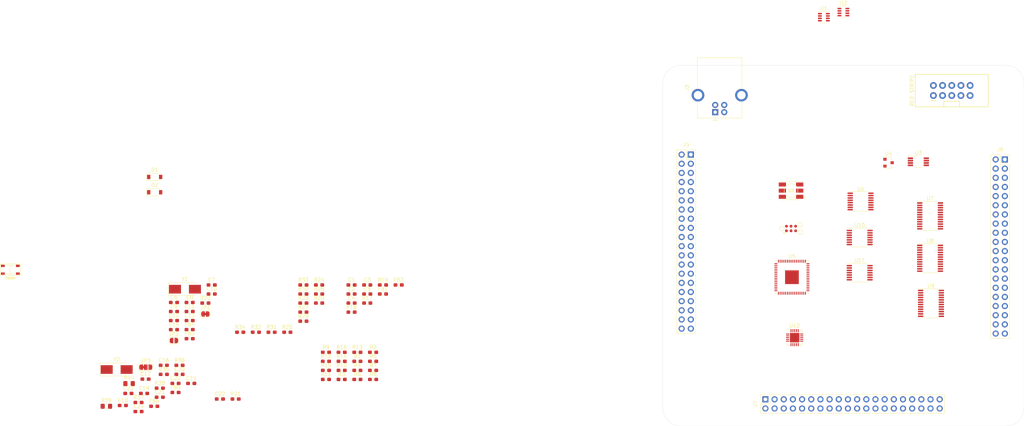
<source format=kicad_pcb>
(kicad_pcb (version 20171130) (host pcbnew "(5.1.6-0-10_14)")
  (layers (0 F.Cu signal) (31 B.Cu signal) (34 B.Paste user) (35 F.Paste user) (36 B.SilkS user) (37 F.SilkS user) (38 B.Mask user) (39 F.Mask user) (44 Edge.Cuts user))
  (net 0 "")
  (net 1 +12V)
  (net 2 -12V)
  (net 3 +3V3)
  (net 4 GND)
  (net 5 /MCU/DOTSTAR_CI)
  (net 6 /MCU/DOTSTAR_DI)
  (net 7 +12VRAW)
  (net 8 -12VRAW)
  (net 9 /MCU/SWCLK)
  (net 10 /MCU/RESET)
  (net 11 /MCU/SWDIO)
  (net 12 "Net-(R15-Pad2)")
  (net 13 "Net-(U5-Pad3)")
  (net 14 "Net-(R23-Pad1)")
  (net 15 "Net-(R29-Pad1)")
  (net 16 "Net-(U11-Pad3)")
  (net 17 "Net-(D1-Pad1)")
  (net 18 CURRENT_SDA)
  (net 19 CURRENT_SCL)
  (net 20 +12VMONITORED)
  (net 21 -12VMONITORED)
  (net 22 "Net-(C20-Pad2)")
  (net 23 /MCU/VDDCORE)
  (net 24 D+)
  (net 25 D-)
  (net 26 /MCU/VDDANA)
  (net 27 /MCU/XOUT)
  (net 28 /MCU/XIN)
  (net 29 /MCU/DAC_SDIN)
  (net 30 /MCU/DAC_CS)
  (net 31 /MCU/DAC_SCLK)
  (net 32 "Net-(FB4-Pad2)")
  (net 33 "Net-(C5-Pad2)")
  (net 34 /CODEC/XTI)
  (net 35 /CODEC/XTO)
  (net 36 "Net-(C17-Pad1)")
  (net 37 "Net-(C19-Pad2)")
  (net 38 "Net-(C19-Pad1)")
  (net 39 "Net-(C20-Pad1)")
  (net 40 "Net-(C21-Pad2)")
  (net 41 "Net-(C21-Pad1)")
  (net 42 "Net-(C22-Pad2)")
  (net 43 "Net-(C22-Pad1)")
  (net 44 "Net-(D2-Pad2)")
  (net 45 "Net-(D3-Pad6)")
  (net 46 "Net-(D3-Pad5)")
  (net 47 "Net-(FB5-Pad1)")
  (net 48 +3.3VA)
  (net 49 "Net-(FB6-Pad1)")
  (net 50 "Net-(J3-Pad1)")
  (net 51 "Net-(J4-Pad6)")
  (net 52 /MCU/I2S_FS1)
  (net 53 /CODEC/I2S_MCLK)
  (net 54 "Net-(JP3-Pad2)")
  (net 55 -10V)
  (net 56 /Switching/DAC_1)
  (net 57 /Switching/DAC_3)
  (net 58 /Switching/DAC_4)
  (net 59 "Net-(R21-Pad2)")
  (net 60 "Net-(R22-Pad2)")
  (net 61 /Switching/ADC_1)
  (net 62 /Switching/ADC_2)
  (net 63 "Net-(R25-Pad1)")
  (net 64 /AnalogInBuffers/ANALOG_IN_3)
  (net 65 "Net-(R27-Pad1)")
  (net 66 /AnalogInBuffers/ANALOG_IN_4)
  (net 67 /AnalogInBuffers/ADC_1)
  (net 68 /AnalogInBuffers/ADC_2)
  (net 69 /AnalogInBuffers/ADC_3)
  (net 70 /AnalogInBuffers/ADC_4)
  (net 71 /CODEC/L_OUT)
  (net 72 /CODEC/R_OUT)
  (net 73 /MCU/I2S_MCK1)
  (net 74 /MCU/I2S_SCK1)
  (net 75 /MCU/I2S_IN_SD)
  (net 76 /MCU/DAC_4)
  (net 77 /MCU/DAC_3)
  (net 78 /MCU/DAC_1)
  (net 79 /MCU/DAC_2)
  (net 80 /Switching/~CS)
  (net 81 /Switching/AUDIO_IN_2)
  (net 82 /Switching/AUDIO_IN_2D)
  (net 83 /Switching/AUDIO_IN_2C)
  (net 84 /Switching/AUDIO_IN_2B)
  (net 85 /Switching/AUDIO_IN_2A)
  (net 86 /Switching/AUDIO_IN_1D)
  (net 87 /Switching/AUDIO_IN_1)
  (net 88 /Switching/AUDIO_IN_1C)
  (net 89 /Switching/AUDIO_IN_1B)
  (net 90 /Switching/AUDIO_IN_1A)
  (net 91 /Switching/SDI)
  (net 92 /Switching/SCK)
  (net 93 /Switching/DAC_4B)
  (net 94 /Switching/DAC_4A)
  (net 95 /Switching/DAC_3B)
  (net 96 /Switching/DAC_3A)
  (net 97 /Switching/DAC_2B)
  (net 98 /Switching/DAC_2A)
  (net 99 /Switching/DAC_1B)
  (net 100 /Switching/DAC_1A)
  (net 101 /Switching/ADC_2D)
  (net 102 /Switching/ADC_2C)
  (net 103 /Switching/ADC_2B)
  (net 104 /Switching/ADC_2A)
  (net 105 /Switching/ADC_1D)
  (net 106 /Switching/ADC_1C)
  (net 107 /Switching/ADC_1B)
  (net 108 /Switching/ADC_1A)
  (net 109 /CODEC/I2C_SCLK)
  (net 110 /CODEC/I2C_SDIN)
  (net 111 /CODEC/I2S_IN_SD)
  (net 112 /CODEC/I2S_OUT_WS)
  (net 113 /CODEC/I2S_OUT_SD)
  (net 114 /CODEC/I2S_SCK)
  (net 115 "Net-(R5-Pad2)")
  (net 116 "Net-(R6-Pad2)")
  (net 117 "Net-(R10-Pad1)")
  (net 118 "Net-(R11-Pad1)")
  (net 119 "Net-(R13-Pad1)")
  (net 120 "Net-(R19-Pad2)")
  (net 121 "Net-(R20-Pad2)")
  (net 122 "Net-(U3-Pad7)")
  (net 123 "Net-(U3-Pad5)")
  (net 124 "Net-(U3-Pad3)")
  (net 125 "Net-(U5-Pad64)")
  (net 126 "Net-(U5-Pad63)")
  (net 127 "Net-(U5-Pad62)")
  (net 128 "Net-(U5-Pad61)")
  (net 129 "Net-(U5-Pad60)")
  (net 130 "Net-(U5-Pad59)")
  (net 131 "Net-(U5-Pad55)")
  (net 132 "Net-(U5-Pad52)")
  (net 133 "Net-(U5-Pad51)")
  (net 134 "Net-(U5-Pad50)")
  (net 135 "Net-(U5-Pad49)")
  (net 136 "Net-(U5-Pad44)")
  (net 137 "Net-(U5-Pad43)")
  (net 138 "Net-(U5-Pad42)")
  (net 139 "Net-(U5-Pad41)")
  (net 140 "Net-(U5-Pad40)")
  (net 141 "Net-(U5-Pad39)")
  (net 142 "Net-(U5-Pad38)")
  (net 143 "Net-(U5-Pad37)")
  (net 144 "Net-(U5-Pad36)")
  (net 145 "Net-(U5-Pad35)")
  (net 146 "Net-(U5-Pad32)")
  (net 147 "Net-(U5-Pad31)")
  (net 148 "Net-(U5-Pad30)")
  (net 149 "Net-(U5-Pad29)")
  (net 150 "Net-(U5-Pad28)")
  (net 151 "Net-(U5-Pad27)")
  (net 152 "Net-(U5-Pad16)")
  (net 153 "Net-(U5-Pad15)")
  (net 154 "Net-(U5-Pad14)")
  (net 155 "Net-(U5-Pad13)")
  (net 156 "Net-(U5-Pad12)")
  (net 157 "Net-(U5-Pad11)")
  (net 158 "Net-(U5-Pad10)")
  (net 159 "Net-(U5-Pad9)")
  (net 160 "Net-(U5-Pad6)")
  (net 161 "Net-(U5-Pad5)")
  (net 162 "Net-(U5-Pad4)")
  (net 163 "Net-(U6-Pad8)")
  (net 164 "Net-(U6-Pad1)")
  (net 165 "Net-(U9-Pad22)")
  (net 166 "Net-(U11-Pad12)")
  (net 167 "Net-(U11-Pad10)")
  (net 168 "Net-(U11-Pad5)")
  (net 169 "Net-(U12-Pad20)")
  (net 170 "Net-(U12-Pad5)")
  (net 171 "Net-(J5-Pad40)")
  (net 172 "Net-(J5-Pad39)")
  (net 173 "Net-(J5-Pad38)")
  (net 174 "Net-(J5-Pad37)")
  (net 175 "Net-(J5-Pad36)")
  (net 176 "Net-(J5-Pad35)")
  (net 177 "Net-(J5-Pad34)")
  (net 178 "Net-(J5-Pad33)")
  (net 179 "Net-(J5-Pad32)")
  (net 180 "Net-(J5-Pad31)")
  (net 181 "Net-(J5-Pad30)")
  (net 182 "Net-(J5-Pad29)")
  (net 183 "Net-(J5-Pad28)")
  (net 184 "Net-(J5-Pad27)")
  (net 185 "Net-(J5-Pad26)")
  (net 186 "Net-(J5-Pad25)")
  (net 187 "Net-(J5-Pad24)")
  (net 188 "Net-(J5-Pad23)")
  (net 189 "Net-(J5-Pad22)")
  (net 190 "Net-(J5-Pad21)")
  (net 191 "Net-(J5-Pad20)")
  (net 192 "Net-(J5-Pad19)")
  (net 193 "Net-(J5-Pad18)")
  (net 194 "Net-(J5-Pad17)")
  (net 195 "Net-(J5-Pad16)")
  (net 196 "Net-(J5-Pad15)")
  (net 197 "Net-(J5-Pad14)")
  (net 198 "Net-(J5-Pad13)")
  (net 199 "Net-(J5-Pad12)")
  (net 200 "Net-(J5-Pad11)")
  (net 201 "Net-(J5-Pad10)")
  (net 202 "Net-(J5-Pad9)")
  (net 203 "Net-(J5-Pad8)")
  (net 204 "Net-(J5-Pad7)")
  (net 205 "Net-(J5-Pad6)")
  (net 206 "Net-(J5-Pad5)")
  (net 207 "Net-(J5-Pad4)")
  (net 208 "Net-(J5-Pad3)")
  (net 209 "Net-(J5-Pad2)")
  (net 210 "Net-(J5-Pad1)")
  (net 211 "Net-(J6-Pad40)")
  (net 212 "Net-(J6-Pad39)")
  (net 213 "Net-(J6-Pad38)")
  (net 214 "Net-(J6-Pad37)")
  (net 215 "Net-(J6-Pad36)")
  (net 216 "Net-(J6-Pad35)")
  (net 217 "Net-(J6-Pad34)")
  (net 218 "Net-(J6-Pad33)")
  (net 219 "Net-(J6-Pad32)")
  (net 220 "Net-(J6-Pad31)")
  (net 221 "Net-(J6-Pad30)")
  (net 222 "Net-(J6-Pad29)")
  (net 223 "Net-(J6-Pad28)")
  (net 224 "Net-(J6-Pad27)")
  (net 225 "Net-(J6-Pad26)")
  (net 226 "Net-(J6-Pad25)")
  (net 227 "Net-(J6-Pad24)")
  (net 228 "Net-(J6-Pad23)")
  (net 229 "Net-(J6-Pad22)")
  (net 230 "Net-(J6-Pad21)")
  (net 231 "Net-(J6-Pad20)")
  (net 232 "Net-(J6-Pad19)")
  (net 233 "Net-(J6-Pad18)")
  (net 234 "Net-(J6-Pad17)")
  (net 235 "Net-(J6-Pad16)")
  (net 236 "Net-(J6-Pad15)")
  (net 237 "Net-(J6-Pad14)")
  (net 238 "Net-(J6-Pad13)")
  (net 239 "Net-(J6-Pad12)")
  (net 240 "Net-(J6-Pad11)")
  (net 241 "Net-(J6-Pad10)")
  (net 242 "Net-(J6-Pad9)")
  (net 243 "Net-(J6-Pad8)")
  (net 244 "Net-(J6-Pad7)")
  (net 245 "Net-(J6-Pad6)")
  (net 246 "Net-(J6-Pad5)")
  (net 247 "Net-(J6-Pad4)")
  (net 248 "Net-(J6-Pad3)")
  (net 249 "Net-(J6-Pad2)")
  (net 250 "Net-(J6-Pad1)")
  (net 251 "Net-(J7-Pad40)")
  (net 252 "Net-(J7-Pad39)")
  (net 253 "Net-(J7-Pad38)")
  (net 254 "Net-(J7-Pad37)")
  (net 255 "Net-(J7-Pad36)")
  (net 256 "Net-(J7-Pad35)")
  (net 257 "Net-(J7-Pad34)")
  (net 258 "Net-(J7-Pad33)")
  (net 259 "Net-(J7-Pad32)")
  (net 260 "Net-(J7-Pad31)")
  (net 261 "Net-(J7-Pad30)")
  (net 262 "Net-(J7-Pad29)")
  (net 263 "Net-(J7-Pad28)")
  (net 264 "Net-(J7-Pad27)")
  (net 265 "Net-(J7-Pad26)")
  (net 266 "Net-(J7-Pad25)")
  (net 267 "Net-(J7-Pad24)")
  (net 268 "Net-(J7-Pad23)")
  (net 269 "Net-(J7-Pad22)")
  (net 270 "Net-(J7-Pad21)")
  (net 271 "Net-(J7-Pad20)")
  (net 272 "Net-(J7-Pad19)")
  (net 273 "Net-(J7-Pad18)")
  (net 274 "Net-(J7-Pad17)")
  (net 275 "Net-(J7-Pad16)")
  (net 276 "Net-(J7-Pad15)")
  (net 277 "Net-(J7-Pad14)")
  (net 278 "Net-(J7-Pad13)")
  (net 279 "Net-(J7-Pad12)")
  (net 280 "Net-(J7-Pad11)")
  (net 281 "Net-(J7-Pad10)")
  (net 282 "Net-(J7-Pad9)")
  (net 283 "Net-(J7-Pad8)")
  (net 284 "Net-(J7-Pad7)")
  (net 285 "Net-(J7-Pad6)")
  (net 286 "Net-(J7-Pad5)")
  (net 287 "Net-(J7-Pad4)")
  (net 288 "Net-(J7-Pad3)")
  (net 289 "Net-(J7-Pad2)")
  (net 290 "Net-(J7-Pad1)")
  (module Connector_PinSocket_2.54mm:PinSocket_2x20_P2.54mm_Vertical (layer F.Cu) (at 103.4 141.6 90)
    (fp_text reference J7 (at -1.27 -2.77 90) (layer F.SilkS))
    (fp_text value Top)
    (pad 40 thru_hole oval (at -2.54 48.26 90) (size 1.7 1.7) (drill 1) (layers *.Cu *.Mask) (net 251 "Net-(J7-Pad40)"))
    (pad 39 thru_hole oval (at 0 48.26 90) (size 1.7 1.7) (drill 1) (layers *.Cu *.Mask) (net 252 "Net-(J7-Pad39)"))
    (pad 38 thru_hole oval (at -2.54 45.72 90) (size 1.7 1.7) (drill 1) (layers *.Cu *.Mask) (net 253 "Net-(J7-Pad38)"))
    (pad 37 thru_hole oval (at 0 45.72 90) (size 1.7 1.7) (drill 1) (layers *.Cu *.Mask) (net 254 "Net-(J7-Pad37)"))
    (pad 36 thru_hole oval (at -2.54 43.18 90) (size 1.7 1.7) (drill 1) (layers *.Cu *.Mask) (net 255 "Net-(J7-Pad36)"))
    (pad 35 thru_hole oval (at 0 43.18 90) (size 1.7 1.7) (drill 1) (layers *.Cu *.Mask) (net 256 "Net-(J7-Pad35)"))
    (pad 34 thru_hole oval (at -2.54 40.64 90) (size 1.7 1.7) (drill 1) (layers *.Cu *.Mask) (net 257 "Net-(J7-Pad34)"))
    (pad 33 thru_hole oval (at 0 40.64 90) (size 1.7 1.7) (drill 1) (layers *.Cu *.Mask) (net 258 "Net-(J7-Pad33)"))
    (pad 32 thru_hole oval (at -2.54 38.1 90) (size 1.7 1.7) (drill 1) (layers *.Cu *.Mask) (net 259 "Net-(J7-Pad32)"))
    (pad 31 thru_hole oval (at 0 38.1 90) (size 1.7 1.7) (drill 1) (layers *.Cu *.Mask) (net 260 "Net-(J7-Pad31)"))
    (pad 30 thru_hole oval (at -2.54 35.56 90) (size 1.7 1.7) (drill 1) (layers *.Cu *.Mask) (net 261 "Net-(J7-Pad30)"))
    (pad 29 thru_hole oval (at 0 35.56 90) (size 1.7 1.7) (drill 1) (layers *.Cu *.Mask) (net 262 "Net-(J7-Pad29)"))
    (pad 28 thru_hole oval (at -2.54 33.02 90) (size 1.7 1.7) (drill 1) (layers *.Cu *.Mask) (net 263 "Net-(J7-Pad28)"))
    (pad 27 thru_hole oval (at 0 33.02 90) (size 1.7 1.7) (drill 1) (layers *.Cu *.Mask) (net 264 "Net-(J7-Pad27)"))
    (pad 26 thru_hole oval (at -2.54 30.48 90) (size 1.7 1.7) (drill 1) (layers *.Cu *.Mask) (net 265 "Net-(J7-Pad26)"))
    (pad 25 thru_hole oval (at 0 30.48 90) (size 1.7 1.7) (drill 1) (layers *.Cu *.Mask) (net 266 "Net-(J7-Pad25)"))
    (pad 24 thru_hole oval (at -2.54 27.94 90) (size 1.7 1.7) (drill 1) (layers *.Cu *.Mask) (net 267 "Net-(J7-Pad24)"))
    (pad 23 thru_hole oval (at 0 27.94 90) (size 1.7 1.7) (drill 1) (layers *.Cu *.Mask) (net 268 "Net-(J7-Pad23)"))
    (pad 22 thru_hole oval (at -2.54 25.4 90) (size 1.7 1.7) (drill 1) (layers *.Cu *.Mask) (net 269 "Net-(J7-Pad22)"))
    (pad 21 thru_hole oval (at 0 25.4 90) (size 1.7 1.7) (drill 1) (layers *.Cu *.Mask) (net 270 "Net-(J7-Pad21)"))
    (pad 20 thru_hole oval (at -2.54 22.86 90) (size 1.7 1.7) (drill 1) (layers *.Cu *.Mask) (net 271 "Net-(J7-Pad20)"))
    (pad 19 thru_hole oval (at 0 22.86 90) (size 1.7 1.7) (drill 1) (layers *.Cu *.Mask) (net 272 "Net-(J7-Pad19)"))
    (pad 18 thru_hole oval (at -2.54 20.32 90) (size 1.7 1.7) (drill 1) (layers *.Cu *.Mask) (net 273 "Net-(J7-Pad18)"))
    (pad 17 thru_hole oval (at 0 20.32 90) (size 1.7 1.7) (drill 1) (layers *.Cu *.Mask) (net 274 "Net-(J7-Pad17)"))
    (pad 16 thru_hole oval (at -2.54 17.78 90) (size 1.7 1.7) (drill 1) (layers *.Cu *.Mask) (net 275 "Net-(J7-Pad16)"))
    (pad 15 thru_hole oval (at 0 17.78 90) (size 1.7 1.7) (drill 1) (layers *.Cu *.Mask) (net 276 "Net-(J7-Pad15)"))
    (pad 14 thru_hole oval (at -2.54 15.24 90) (size 1.7 1.7) (drill 1) (layers *.Cu *.Mask) (net 277 "Net-(J7-Pad14)"))
    (pad 13 thru_hole oval (at 0 15.24 90) (size 1.7 1.7) (drill 1) (layers *.Cu *.Mask) (net 278 "Net-(J7-Pad13)"))
    (pad 12 thru_hole oval (at -2.54 12.7 90) (size 1.7 1.7) (drill 1) (layers *.Cu *.Mask) (net 279 "Net-(J7-Pad12)"))
    (pad 11 thru_hole oval (at 0 12.7 90) (size 1.7 1.7) (drill 1) (layers *.Cu *.Mask) (net 280 "Net-(J7-Pad11)"))
    (pad 10 thru_hole oval (at -2.54 10.16 90) (size 1.7 1.7) (drill 1) (layers *.Cu *.Mask) (net 281 "Net-(J7-Pad10)"))
    (pad 9 thru_hole oval (at 0 10.16 90) (size 1.7 1.7) (drill 1) (layers *.Cu *.Mask) (net 282 "Net-(J7-Pad9)"))
    (pad 8 thru_hole oval (at -2.54 7.62 90) (size 1.7 1.7) (drill 1) (layers *.Cu *.Mask) (net 283 "Net-(J7-Pad8)"))
    (pad 7 thru_hole oval (at 0 7.62 90) (size 1.7 1.7) (drill 1) (layers *.Cu *.Mask) (net 284 "Net-(J7-Pad7)"))
    (pad 6 thru_hole oval (at -2.54 5.08 90) (size 1.7 1.7) (drill 1) (layers *.Cu *.Mask) (net 285 "Net-(J7-Pad6)"))
    (pad 5 thru_hole oval (at 0 5.08 90) (size 1.7 1.7) (drill 1) (layers *.Cu *.Mask) (net 286 "Net-(J7-Pad5)"))
    (pad 4 thru_hole oval (at -2.54 2.54 90) (size 1.7 1.7) (drill 1) (layers *.Cu *.Mask) (net 287 "Net-(J7-Pad4)"))
    (pad 3 thru_hole oval (at 0 2.54 90) (size 1.7 1.7) (drill 1) (layers *.Cu *.Mask) (net 288 "Net-(J7-Pad3)"))
    (pad 2 thru_hole oval (at -2.54 0 90) (size 1.7 1.7) (drill 1) (layers *.Cu *.Mask) (net 289 "Net-(J7-Pad2)"))
    (pad 1 thru_hole rect (at 0 0 90) (size 1.7 1.7) (drill 1) (layers *.Cu *.Mask) (net 290 "Net-(J7-Pad1)"))
  )
  (module Connector_PinSocket_2.54mm:PinSocket_2x20_P2.54mm_Vertical (layer F.Cu) (at 169.7 75.11)
    (fp_text reference J6 (at -1.27 -2.77) (layer F.SilkS))
    (fp_text value Right)
    (pad 40 thru_hole oval (at -2.54 48.26) (size 1.7 1.7) (drill 1) (layers *.Cu *.Mask) (net 211 "Net-(J6-Pad40)"))
    (pad 39 thru_hole oval (at 0 48.26) (size 1.7 1.7) (drill 1) (layers *.Cu *.Mask) (net 212 "Net-(J6-Pad39)"))
    (pad 38 thru_hole oval (at -2.54 45.72) (size 1.7 1.7) (drill 1) (layers *.Cu *.Mask) (net 213 "Net-(J6-Pad38)"))
    (pad 37 thru_hole oval (at 0 45.72) (size 1.7 1.7) (drill 1) (layers *.Cu *.Mask) (net 214 "Net-(J6-Pad37)"))
    (pad 36 thru_hole oval (at -2.54 43.18) (size 1.7 1.7) (drill 1) (layers *.Cu *.Mask) (net 215 "Net-(J6-Pad36)"))
    (pad 35 thru_hole oval (at 0 43.18) (size 1.7 1.7) (drill 1) (layers *.Cu *.Mask) (net 216 "Net-(J6-Pad35)"))
    (pad 34 thru_hole oval (at -2.54 40.64) (size 1.7 1.7) (drill 1) (layers *.Cu *.Mask) (net 217 "Net-(J6-Pad34)"))
    (pad 33 thru_hole oval (at 0 40.64) (size 1.7 1.7) (drill 1) (layers *.Cu *.Mask) (net 218 "Net-(J6-Pad33)"))
    (pad 32 thru_hole oval (at -2.54 38.1) (size 1.7 1.7) (drill 1) (layers *.Cu *.Mask) (net 219 "Net-(J6-Pad32)"))
    (pad 31 thru_hole oval (at 0 38.1) (size 1.7 1.7) (drill 1) (layers *.Cu *.Mask) (net 220 "Net-(J6-Pad31)"))
    (pad 30 thru_hole oval (at -2.54 35.56) (size 1.7 1.7) (drill 1) (layers *.Cu *.Mask) (net 221 "Net-(J6-Pad30)"))
    (pad 29 thru_hole oval (at 0 35.56) (size 1.7 1.7) (drill 1) (layers *.Cu *.Mask) (net 222 "Net-(J6-Pad29)"))
    (pad 28 thru_hole oval (at -2.54 33.02) (size 1.7 1.7) (drill 1) (layers *.Cu *.Mask) (net 223 "Net-(J6-Pad28)"))
    (pad 27 thru_hole oval (at 0 33.02) (size 1.7 1.7) (drill 1) (layers *.Cu *.Mask) (net 224 "Net-(J6-Pad27)"))
    (pad 26 thru_hole oval (at -2.54 30.48) (size 1.7 1.7) (drill 1) (layers *.Cu *.Mask) (net 225 "Net-(J6-Pad26)"))
    (pad 25 thru_hole oval (at 0 30.48) (size 1.7 1.7) (drill 1) (layers *.Cu *.Mask) (net 226 "Net-(J6-Pad25)"))
    (pad 24 thru_hole oval (at -2.54 27.94) (size 1.7 1.7) (drill 1) (layers *.Cu *.Mask) (net 227 "Net-(J6-Pad24)"))
    (pad 23 thru_hole oval (at 0 27.94) (size 1.7 1.7) (drill 1) (layers *.Cu *.Mask) (net 228 "Net-(J6-Pad23)"))
    (pad 22 thru_hole oval (at -2.54 25.4) (size 1.7 1.7) (drill 1) (layers *.Cu *.Mask) (net 229 "Net-(J6-Pad22)"))
    (pad 21 thru_hole oval (at 0 25.4) (size 1.7 1.7) (drill 1) (layers *.Cu *.Mask) (net 230 "Net-(J6-Pad21)"))
    (pad 20 thru_hole oval (at -2.54 22.86) (size 1.7 1.7) (drill 1) (layers *.Cu *.Mask) (net 231 "Net-(J6-Pad20)"))
    (pad 19 thru_hole oval (at 0 22.86) (size 1.7 1.7) (drill 1) (layers *.Cu *.Mask) (net 232 "Net-(J6-Pad19)"))
    (pad 18 thru_hole oval (at -2.54 20.32) (size 1.7 1.7) (drill 1) (layers *.Cu *.Mask) (net 233 "Net-(J6-Pad18)"))
    (pad 17 thru_hole oval (at 0 20.32) (size 1.7 1.7) (drill 1) (layers *.Cu *.Mask) (net 234 "Net-(J6-Pad17)"))
    (pad 16 thru_hole oval (at -2.54 17.78) (size 1.7 1.7) (drill 1) (layers *.Cu *.Mask) (net 235 "Net-(J6-Pad16)"))
    (pad 15 thru_hole oval (at 0 17.78) (size 1.7 1.7) (drill 1) (layers *.Cu *.Mask) (net 236 "Net-(J6-Pad15)"))
    (pad 14 thru_hole oval (at -2.54 15.24) (size 1.7 1.7) (drill 1) (layers *.Cu *.Mask) (net 237 "Net-(J6-Pad14)"))
    (pad 13 thru_hole oval (at 0 15.24) (size 1.7 1.7) (drill 1) (layers *.Cu *.Mask) (net 238 "Net-(J6-Pad13)"))
    (pad 12 thru_hole oval (at -2.54 12.7) (size 1.7 1.7) (drill 1) (layers *.Cu *.Mask) (net 239 "Net-(J6-Pad12)"))
    (pad 11 thru_hole oval (at 0 12.7) (size 1.7 1.7) (drill 1) (layers *.Cu *.Mask) (net 240 "Net-(J6-Pad11)"))
    (pad 10 thru_hole oval (at -2.54 10.16) (size 1.7 1.7) (drill 1) (layers *.Cu *.Mask) (net 241 "Net-(J6-Pad10)"))
    (pad 9 thru_hole oval (at 0 10.16) (size 1.7 1.7) (drill 1) (layers *.Cu *.Mask) (net 242 "Net-(J6-Pad9)"))
    (pad 8 thru_hole oval (at -2.54 7.62) (size 1.7 1.7) (drill 1) (layers *.Cu *.Mask) (net 243 "Net-(J6-Pad8)"))
    (pad 7 thru_hole oval (at 0 7.62) (size 1.7 1.7) (drill 1) (layers *.Cu *.Mask) (net 244 "Net-(J6-Pad7)"))
    (pad 6 thru_hole oval (at -2.54 5.08) (size 1.7 1.7) (drill 1) (layers *.Cu *.Mask) (net 245 "Net-(J6-Pad6)"))
    (pad 5 thru_hole oval (at 0 5.08) (size 1.7 1.7) (drill 1) (layers *.Cu *.Mask) (net 246 "Net-(J6-Pad5)"))
    (pad 4 thru_hole oval (at -2.54 2.54) (size 1.7 1.7) (drill 1) (layers *.Cu *.Mask) (net 247 "Net-(J6-Pad4)"))
    (pad 3 thru_hole oval (at 0 2.54) (size 1.7 1.7) (drill 1) (layers *.Cu *.Mask) (net 248 "Net-(J6-Pad3)"))
    (pad 2 thru_hole oval (at -2.54 0) (size 1.7 1.7) (drill 1) (layers *.Cu *.Mask) (net 249 "Net-(J6-Pad2)"))
    (pad 1 thru_hole rect (at 0 0) (size 1.7 1.7) (drill 1) (layers *.Cu *.Mask) (net 250 "Net-(J6-Pad1)"))
  )
  (module Connector_PinSocket_2.54mm:PinSocket_2x20_P2.54mm_Vertical (layer F.Cu) (at 82.75 73.75)
    (fp_text reference J5 (at -1.27 -2.77) (layer F.SilkS))
    (fp_text value Left)
    (pad 40 thru_hole oval (at -2.54 48.26) (size 1.7 1.7) (drill 1) (layers *.Cu *.Mask) (net 171 "Net-(J5-Pad40)"))
    (pad 39 thru_hole oval (at 0 48.26) (size 1.7 1.7) (drill 1) (layers *.Cu *.Mask) (net 172 "Net-(J5-Pad39)"))
    (pad 38 thru_hole oval (at -2.54 45.72) (size 1.7 1.7) (drill 1) (layers *.Cu *.Mask) (net 173 "Net-(J5-Pad38)"))
    (pad 37 thru_hole oval (at 0 45.72) (size 1.7 1.7) (drill 1) (layers *.Cu *.Mask) (net 174 "Net-(J5-Pad37)"))
    (pad 36 thru_hole oval (at -2.54 43.18) (size 1.7 1.7) (drill 1) (layers *.Cu *.Mask) (net 175 "Net-(J5-Pad36)"))
    (pad 35 thru_hole oval (at 0 43.18) (size 1.7 1.7) (drill 1) (layers *.Cu *.Mask) (net 176 "Net-(J5-Pad35)"))
    (pad 34 thru_hole oval (at -2.54 40.64) (size 1.7 1.7) (drill 1) (layers *.Cu *.Mask) (net 177 "Net-(J5-Pad34)"))
    (pad 33 thru_hole oval (at 0 40.64) (size 1.7 1.7) (drill 1) (layers *.Cu *.Mask) (net 178 "Net-(J5-Pad33)"))
    (pad 32 thru_hole oval (at -2.54 38.1) (size 1.7 1.7) (drill 1) (layers *.Cu *.Mask) (net 179 "Net-(J5-Pad32)"))
    (pad 31 thru_hole oval (at 0 38.1) (size 1.7 1.7) (drill 1) (layers *.Cu *.Mask) (net 180 "Net-(J5-Pad31)"))
    (pad 30 thru_hole oval (at -2.54 35.56) (size 1.7 1.7) (drill 1) (layers *.Cu *.Mask) (net 181 "Net-(J5-Pad30)"))
    (pad 29 thru_hole oval (at 0 35.56) (size 1.7 1.7) (drill 1) (layers *.Cu *.Mask) (net 182 "Net-(J5-Pad29)"))
    (pad 28 thru_hole oval (at -2.54 33.02) (size 1.7 1.7) (drill 1) (layers *.Cu *.Mask) (net 183 "Net-(J5-Pad28)"))
    (pad 27 thru_hole oval (at 0 33.02) (size 1.7 1.7) (drill 1) (layers *.Cu *.Mask) (net 184 "Net-(J5-Pad27)"))
    (pad 26 thru_hole oval (at -2.54 30.48) (size 1.7 1.7) (drill 1) (layers *.Cu *.Mask) (net 185 "Net-(J5-Pad26)"))
    (pad 25 thru_hole oval (at 0 30.48) (size 1.7 1.7) (drill 1) (layers *.Cu *.Mask) (net 186 "Net-(J5-Pad25)"))
    (pad 24 thru_hole oval (at -2.54 27.94) (size 1.7 1.7) (drill 1) (layers *.Cu *.Mask) (net 187 "Net-(J5-Pad24)"))
    (pad 23 thru_hole oval (at 0 27.94) (size 1.7 1.7) (drill 1) (layers *.Cu *.Mask) (net 188 "Net-(J5-Pad23)"))
    (pad 22 thru_hole oval (at -2.54 25.4) (size 1.7 1.7) (drill 1) (layers *.Cu *.Mask) (net 189 "Net-(J5-Pad22)"))
    (pad 21 thru_hole oval (at 0 25.4) (size 1.7 1.7) (drill 1) (layers *.Cu *.Mask) (net 190 "Net-(J5-Pad21)"))
    (pad 20 thru_hole oval (at -2.54 22.86) (size 1.7 1.7) (drill 1) (layers *.Cu *.Mask) (net 191 "Net-(J5-Pad20)"))
    (pad 19 thru_hole oval (at 0 22.86) (size 1.7 1.7) (drill 1) (layers *.Cu *.Mask) (net 192 "Net-(J5-Pad19)"))
    (pad 18 thru_hole oval (at -2.54 20.32) (size 1.7 1.7) (drill 1) (layers *.Cu *.Mask) (net 193 "Net-(J5-Pad18)"))
    (pad 17 thru_hole oval (at 0 20.32) (size 1.7 1.7) (drill 1) (layers *.Cu *.Mask) (net 194 "Net-(J5-Pad17)"))
    (pad 16 thru_hole oval (at -2.54 17.78) (size 1.7 1.7) (drill 1) (layers *.Cu *.Mask) (net 195 "Net-(J5-Pad16)"))
    (pad 15 thru_hole oval (at 0 17.78) (size 1.7 1.7) (drill 1) (layers *.Cu *.Mask) (net 196 "Net-(J5-Pad15)"))
    (pad 14 thru_hole oval (at -2.54 15.24) (size 1.7 1.7) (drill 1) (layers *.Cu *.Mask) (net 197 "Net-(J5-Pad14)"))
    (pad 13 thru_hole oval (at 0 15.24) (size 1.7 1.7) (drill 1) (layers *.Cu *.Mask) (net 198 "Net-(J5-Pad13)"))
    (pad 12 thru_hole oval (at -2.54 12.7) (size 1.7 1.7) (drill 1) (layers *.Cu *.Mask) (net 199 "Net-(J5-Pad12)"))
    (pad 11 thru_hole oval (at 0 12.7) (size 1.7 1.7) (drill 1) (layers *.Cu *.Mask) (net 200 "Net-(J5-Pad11)"))
    (pad 10 thru_hole oval (at -2.54 10.16) (size 1.7 1.7) (drill 1) (layers *.Cu *.Mask) (net 201 "Net-(J5-Pad10)"))
    (pad 9 thru_hole oval (at 0 10.16) (size 1.7 1.7) (drill 1) (layers *.Cu *.Mask) (net 202 "Net-(J5-Pad9)"))
    (pad 8 thru_hole oval (at -2.54 7.62) (size 1.7 1.7) (drill 1) (layers *.Cu *.Mask) (net 203 "Net-(J5-Pad8)"))
    (pad 7 thru_hole oval (at 0 7.62) (size 1.7 1.7) (drill 1) (layers *.Cu *.Mask) (net 204 "Net-(J5-Pad7)"))
    (pad 6 thru_hole oval (at -2.54 5.08) (size 1.7 1.7) (drill 1) (layers *.Cu *.Mask) (net 205 "Net-(J5-Pad6)"))
    (pad 5 thru_hole oval (at 0 5.08) (size 1.7 1.7) (drill 1) (layers *.Cu *.Mask) (net 206 "Net-(J5-Pad5)"))
    (pad 4 thru_hole oval (at -2.54 2.54) (size 1.7 1.7) (drill 1) (layers *.Cu *.Mask) (net 207 "Net-(J5-Pad4)"))
    (pad 3 thru_hole oval (at 0 2.54) (size 1.7 1.7) (drill 1) (layers *.Cu *.Mask) (net 208 "Net-(J5-Pad3)"))
    (pad 2 thru_hole oval (at -2.54 0) (size 1.7 1.7) (drill 1) (layers *.Cu *.Mask) (net 209 "Net-(J5-Pad2)"))
    (pad 1 thru_hole rect (at 0 0) (size 1.7 1.7) (drill 1) (layers *.Cu *.Mask) (net 210 "Net-(J5-Pad1)"))
  )
  (module Package_CSP:LFCSP-20-1EP_4x4mm_P0.5mm_EP2.6x2.6mm (layer F.Cu) (at 111.5 124.5)
    (fp_text reference U12 (at 0 -3.32) (layer F.SilkS))
    (fp_text value SSM2604)
    (pad 21 smd rect (at 0 0) (size 2.6 2.6) (layers F.Cu F.Mask) (net 4 GND))
    (pad 20 smd roundrect (at -1 -1.9375) (size 0.25 0.875) (layers F.Cu F.Paste F.Mask) (net 169 "Net-(U12-Pad20)"))
    (pad 19 smd roundrect (at -0.5 -1.9375) (size 0.25 0.875) (layers F.Cu F.Paste F.Mask) (net 109 /CODEC/I2C_SCLK))
    (pad 18 smd roundrect (at 0 -1.9375) (size 0.25 0.875) (layers F.Cu F.Paste F.Mask) (net 110 /CODEC/I2C_SDIN))
    (pad 17 smd roundrect (at 0.5 -1.9375) (size 0.25 0.875) (layers F.Cu F.Paste F.Mask) (net 40 "Net-(C21-Pad2)"))
    (pad 16 smd roundrect (at 1 -1.9375) (size 0.25 0.875) (layers F.Cu F.Paste F.Mask) (net 42 "Net-(C22-Pad2)"))
    (pad 15 smd roundrect (at 1.9375 -1) (size 0.875 0.25) (layers F.Cu F.Paste F.Mask) (net 36 "Net-(C17-Pad1)"))
    (pad 14 smd roundrect (at 1.9375 -0.5) (size 0.875 0.25) (layers F.Cu F.Paste F.Mask) (net 4 GND))
    (pad 13 smd roundrect (at 1.9375 0) (size 0.875 0.25) (layers F.Cu F.Paste F.Mask) (net 49 "Net-(FB6-Pad1)"))
    (pad 12 smd roundrect (at 1.9375 0.5) (size 0.875 0.25) (layers F.Cu F.Paste F.Mask) (net 22 "Net-(C20-Pad2)"))
    (pad 11 smd roundrect (at 1.9375 1) (size 0.875 0.25) (layers F.Cu F.Paste F.Mask) (net 37 "Net-(C19-Pad2)"))
    (pad 10 smd roundrect (at 1 1.9375) (size 0.25 0.875) (layers F.Cu F.Paste F.Mask) (net 75 /MCU/I2S_IN_SD))
    (pad 9 smd roundrect (at 0.5 1.9375) (size 0.25 0.875) (layers F.Cu F.Paste F.Mask) (net 111 /CODEC/I2S_IN_SD))
    (pad 8 smd roundrect (at 0 1.9375) (size 0.25 0.875) (layers F.Cu F.Paste F.Mask) (net 112 /CODEC/I2S_OUT_WS))
    (pad 7 smd roundrect (at -0.5 1.9375) (size 0.25 0.875) (layers F.Cu F.Paste F.Mask) (net 113 /CODEC/I2S_OUT_SD))
    (pad 6 smd roundrect (at -1 1.9375) (size 0.25 0.875) (layers F.Cu F.Paste F.Mask) (net 114 /CODEC/I2S_SCK))
    (pad 5 smd roundrect (at -1.9375 1) (size 0.875 0.25) (layers F.Cu F.Paste F.Mask) (net 170 "Net-(U12-Pad5)"))
    (pad 4 smd roundrect (at -1.9375 0.5) (size 0.875 0.25) (layers F.Cu F.Paste F.Mask) (net 47 "Net-(FB5-Pad1)"))
    (pad 3 smd roundrect (at -1.9375 0) (size 0.875 0.25) (layers F.Cu F.Paste F.Mask) (net 4 GND))
    (pad 2 smd roundrect (at -1.9375 -0.5) (size 0.875 0.25) (layers F.Cu F.Paste F.Mask) (net 35 /CODEC/XTO))
    (pad 1 smd roundrect (at -1.9375 -1) (size 0.875 0.25) (layers F.Cu F.Paste F.Mask) (net 54 "Net-(JP3-Pad2)"))
  )
  (module Package_SO:TSSOP-14_4.4x5mm_P0.65mm (layer F.Cu) (at 129.5 106.5)
    (fp_text reference U11 (at 0 -3.45) (layer F.SilkS))
    (fp_text value MCP6004)
    (pad 14 smd roundrect (at 2.8625 -1.95) (size 1.475 0.4) (layers F.Cu F.Paste F.Mask) (net 70 /AnalogInBuffers/ADC_4))
    (pad 13 smd roundrect (at 2.8625 -1.3) (size 1.475 0.4) (layers F.Cu F.Paste F.Mask) (net 15 "Net-(R29-Pad1)"))
    (pad 12 smd roundrect (at 2.8625 -0.65) (size 1.475 0.4) (layers F.Cu F.Paste F.Mask) (net 166 "Net-(U11-Pad12)"))
    (pad 11 smd roundrect (at 2.8625 0) (size 1.475 0.4) (layers F.Cu F.Paste F.Mask))
    (pad 10 smd roundrect (at 2.8625 0.65) (size 1.475 0.4) (layers F.Cu F.Paste F.Mask) (net 167 "Net-(U11-Pad10)"))
    (pad 9 smd roundrect (at 2.8625 1.3) (size 1.475 0.4) (layers F.Cu F.Paste F.Mask) (net 65 "Net-(R27-Pad1)"))
    (pad 8 smd roundrect (at 2.8625 1.95) (size 1.475 0.4) (layers F.Cu F.Paste F.Mask) (net 69 /AnalogInBuffers/ADC_3))
    (pad 7 smd roundrect (at -2.8625 1.95) (size 1.475 0.4) (layers F.Cu F.Paste F.Mask) (net 68 /AnalogInBuffers/ADC_2))
    (pad 6 smd roundrect (at -2.8625 1.3) (size 1.475 0.4) (layers F.Cu F.Paste F.Mask) (net 63 "Net-(R25-Pad1)"))
    (pad 5 smd roundrect (at -2.8625 0.65) (size 1.475 0.4) (layers F.Cu F.Paste F.Mask) (net 168 "Net-(U11-Pad5)"))
    (pad 4 smd roundrect (at -2.8625 0) (size 1.475 0.4) (layers F.Cu F.Paste F.Mask))
    (pad 3 smd roundrect (at -2.8625 -0.65) (size 1.475 0.4) (layers F.Cu F.Paste F.Mask) (net 16 "Net-(U11-Pad3)"))
    (pad 2 smd roundrect (at -2.8625 -1.3) (size 1.475 0.4) (layers F.Cu F.Paste F.Mask) (net 14 "Net-(R23-Pad1)"))
    (pad 1 smd roundrect (at -2.8625 -1.95) (size 1.475 0.4) (layers F.Cu F.Paste F.Mask) (net 67 /AnalogInBuffers/ADC_1))
  )
  (module Package_SO:TSSOP-14_4.4x5mm_P0.65mm (layer F.Cu) (at 129.5 96.75)
    (fp_text reference U10 (at 0 -3.45) (layer F.SilkS))
    (fp_text value OPA4197)
    (pad 14 smd roundrect (at 2.8625 -1.95) (size 1.475 0.4) (layers F.Cu F.Paste F.Mask) (net 60 "Net-(R22-Pad2)"))
    (pad 13 smd roundrect (at 2.8625 -1.3) (size 1.475 0.4) (layers F.Cu F.Paste F.Mask) (net 119 "Net-(R13-Pad1)"))
    (pad 12 smd roundrect (at 2.8625 -0.65) (size 1.475 0.4) (layers F.Cu F.Paste F.Mask) (net 4 GND))
    (pad 11 smd roundrect (at 2.8625 0) (size 1.475 0.4) (layers F.Cu F.Paste F.Mask))
    (pad 10 smd roundrect (at 2.8625 0.65) (size 1.475 0.4) (layers F.Cu F.Paste F.Mask) (net 4 GND))
    (pad 9 smd roundrect (at 2.8625 1.3) (size 1.475 0.4) (layers F.Cu F.Paste F.Mask) (net 118 "Net-(R11-Pad1)"))
    (pad 8 smd roundrect (at 2.8625 1.95) (size 1.475 0.4) (layers F.Cu F.Paste F.Mask) (net 59 "Net-(R21-Pad2)"))
    (pad 7 smd roundrect (at -2.8625 1.95) (size 1.475 0.4) (layers F.Cu F.Paste F.Mask) (net 121 "Net-(R20-Pad2)"))
    (pad 6 smd roundrect (at -2.8625 1.3) (size 1.475 0.4) (layers F.Cu F.Paste F.Mask) (net 117 "Net-(R10-Pad1)"))
    (pad 5 smd roundrect (at -2.8625 0.65) (size 1.475 0.4) (layers F.Cu F.Paste F.Mask) (net 4 GND))
    (pad 4 smd roundrect (at -2.8625 0) (size 1.475 0.4) (layers F.Cu F.Paste F.Mask))
    (pad 3 smd roundrect (at -2.8625 -0.65) (size 1.475 0.4) (layers F.Cu F.Paste F.Mask) (net 4 GND))
    (pad 2 smd roundrect (at -2.8625 -1.3) (size 1.475 0.4) (layers F.Cu F.Paste F.Mask) (net 12 "Net-(R15-Pad2)"))
    (pad 1 smd roundrect (at -2.8625 -1.95) (size 1.475 0.4) (layers F.Cu F.Paste F.Mask) (net 120 "Net-(R19-Pad2)"))
  )
  (module Package_SO:TSSOP-24_4.4x7.8mm_P0.65mm (layer F.Cu) (at 149.25 115)
    (fp_text reference U9 (at 0 -4.85) (layer F.SilkS))
    (fp_text value ADG1414BRU)
    (pad 24 smd roundrect (at 2.8625 -3.575) (size 1.475 0.4) (layers F.Cu F.Paste F.Mask) (net 80 /Switching/~CS))
    (pad 23 smd roundrect (at 2.8625 -2.925) (size 1.475 0.4) (layers F.Cu F.Paste F.Mask) (net 3 +3V3))
    (pad 22 smd roundrect (at 2.8625 -2.275) (size 1.475 0.4) (layers F.Cu F.Paste F.Mask) (net 165 "Net-(U9-Pad22)"))
    (pad 21 smd roundrect (at 2.8625 -1.625) (size 1.475 0.4) (layers F.Cu F.Paste F.Mask) (net 2 -12V))
    (pad 20 smd roundrect (at 2.8625 -0.975) (size 1.475 0.4) (layers F.Cu F.Paste F.Mask) (net 62 /Switching/ADC_2))
    (pad 19 smd roundrect (at 2.8625 -0.325) (size 1.475 0.4) (layers F.Cu F.Paste F.Mask) (net 101 /Switching/ADC_2D))
    (pad 18 smd roundrect (at 2.8625 0.325) (size 1.475 0.4) (layers F.Cu F.Paste F.Mask) (net 62 /Switching/ADC_2))
    (pad 17 smd roundrect (at 2.8625 0.975) (size 1.475 0.4) (layers F.Cu F.Paste F.Mask) (net 102 /Switching/ADC_2C))
    (pad 16 smd roundrect (at 2.8625 1.625) (size 1.475 0.4) (layers F.Cu F.Paste F.Mask) (net 62 /Switching/ADC_2))
    (pad 15 smd roundrect (at 2.8625 2.275) (size 1.475 0.4) (layers F.Cu F.Paste F.Mask) (net 103 /Switching/ADC_2B))
    (pad 14 smd roundrect (at 2.8625 2.925) (size 1.475 0.4) (layers F.Cu F.Paste F.Mask) (net 62 /Switching/ADC_2))
    (pad 13 smd roundrect (at 2.8625 3.575) (size 1.475 0.4) (layers F.Cu F.Paste F.Mask) (net 104 /Switching/ADC_2A))
    (pad 12 smd roundrect (at -2.8625 3.575) (size 1.475 0.4) (layers F.Cu F.Paste F.Mask) (net 105 /Switching/ADC_1D))
    (pad 11 smd roundrect (at -2.8625 2.925) (size 1.475 0.4) (layers F.Cu F.Paste F.Mask) (net 61 /Switching/ADC_1))
    (pad 10 smd roundrect (at -2.8625 2.275) (size 1.475 0.4) (layers F.Cu F.Paste F.Mask) (net 106 /Switching/ADC_1C))
    (pad 9 smd roundrect (at -2.8625 1.625) (size 1.475 0.4) (layers F.Cu F.Paste F.Mask) (net 61 /Switching/ADC_1))
    (pad 8 smd roundrect (at -2.8625 0.975) (size 1.475 0.4) (layers F.Cu F.Paste F.Mask) (net 107 /Switching/ADC_1B))
    (pad 7 smd roundrect (at -2.8625 0.325) (size 1.475 0.4) (layers F.Cu F.Paste F.Mask) (net 61 /Switching/ADC_1))
    (pad 6 smd roundrect (at -2.8625 -0.325) (size 1.475 0.4) (layers F.Cu F.Paste F.Mask) (net 108 /Switching/ADC_1A))
    (pad 5 smd roundrect (at -2.8625 -0.975) (size 1.475 0.4) (layers F.Cu F.Paste F.Mask) (net 61 /Switching/ADC_1))
    (pad 4 smd roundrect (at -2.8625 -1.625) (size 1.475 0.4) (layers F.Cu F.Paste F.Mask) (net 4 GND))
    (pad 3 smd roundrect (at -2.8625 -2.275) (size 1.475 0.4) (layers F.Cu F.Paste F.Mask) (net 116 "Net-(R6-Pad2)"))
    (pad 2 smd roundrect (at -2.8625 -2.925) (size 1.475 0.4) (layers F.Cu F.Paste F.Mask) (net 1 +12V))
    (pad 1 smd roundrect (at -2.8625 -3.575) (size 1.475 0.4) (layers F.Cu F.Paste F.Mask) (net 92 /Switching/SCK))
  )
  (module Package_SO:TSSOP-24_4.4x7.8mm_P0.65mm (layer F.Cu) (at 149 102.5)
    (fp_text reference U8 (at 0 -4.85) (layer F.SilkS))
    (fp_text value ADG1414BRU)
    (pad 24 smd roundrect (at 2.8625 -3.575) (size 1.475 0.4) (layers F.Cu F.Paste F.Mask) (net 80 /Switching/~CS))
    (pad 23 smd roundrect (at 2.8625 -2.925) (size 1.475 0.4) (layers F.Cu F.Paste F.Mask) (net 3 +3V3))
    (pad 22 smd roundrect (at 2.8625 -2.275) (size 1.475 0.4) (layers F.Cu F.Paste F.Mask) (net 116 "Net-(R6-Pad2)"))
    (pad 21 smd roundrect (at 2.8625 -1.625) (size 1.475 0.4) (layers F.Cu F.Paste F.Mask) (net 2 -12V))
    (pad 20 smd roundrect (at 2.8625 -0.975) (size 1.475 0.4) (layers F.Cu F.Paste F.Mask) (net 58 /Switching/DAC_4))
    (pad 19 smd roundrect (at 2.8625 -0.325) (size 1.475 0.4) (layers F.Cu F.Paste F.Mask) (net 93 /Switching/DAC_4B))
    (pad 18 smd roundrect (at 2.8625 0.325) (size 1.475 0.4) (layers F.Cu F.Paste F.Mask) (net 58 /Switching/DAC_4))
    (pad 17 smd roundrect (at 2.8625 0.975) (size 1.475 0.4) (layers F.Cu F.Paste F.Mask) (net 94 /Switching/DAC_4A))
    (pad 16 smd roundrect (at 2.8625 1.625) (size 1.475 0.4) (layers F.Cu F.Paste F.Mask) (net 57 /Switching/DAC_3))
    (pad 15 smd roundrect (at 2.8625 2.275) (size 1.475 0.4) (layers F.Cu F.Paste F.Mask) (net 95 /Switching/DAC_3B))
    (pad 14 smd roundrect (at 2.8625 2.925) (size 1.475 0.4) (layers F.Cu F.Paste F.Mask) (net 57 /Switching/DAC_3))
    (pad 13 smd roundrect (at 2.8625 3.575) (size 1.475 0.4) (layers F.Cu F.Paste F.Mask) (net 96 /Switching/DAC_3A))
    (pad 12 smd roundrect (at -2.8625 3.575) (size 1.475 0.4) (layers F.Cu F.Paste F.Mask) (net 97 /Switching/DAC_2B))
    (pad 11 smd roundrect (at -2.8625 2.925) (size 1.475 0.4) (layers F.Cu F.Paste F.Mask) (net 56 /Switching/DAC_1))
    (pad 10 smd roundrect (at -2.8625 2.275) (size 1.475 0.4) (layers F.Cu F.Paste F.Mask) (net 98 /Switching/DAC_2A))
    (pad 9 smd roundrect (at -2.8625 1.625) (size 1.475 0.4) (layers F.Cu F.Paste F.Mask) (net 56 /Switching/DAC_1))
    (pad 8 smd roundrect (at -2.8625 0.975) (size 1.475 0.4) (layers F.Cu F.Paste F.Mask) (net 99 /Switching/DAC_1B))
    (pad 7 smd roundrect (at -2.8625 0.325) (size 1.475 0.4) (layers F.Cu F.Paste F.Mask) (net 56 /Switching/DAC_1))
    (pad 6 smd roundrect (at -2.8625 -0.325) (size 1.475 0.4) (layers F.Cu F.Paste F.Mask) (net 100 /Switching/DAC_1A))
    (pad 5 smd roundrect (at -2.8625 -0.975) (size 1.475 0.4) (layers F.Cu F.Paste F.Mask) (net 56 /Switching/DAC_1))
    (pad 4 smd roundrect (at -2.8625 -1.625) (size 1.475 0.4) (layers F.Cu F.Paste F.Mask) (net 4 GND))
    (pad 3 smd roundrect (at -2.8625 -2.275) (size 1.475 0.4) (layers F.Cu F.Paste F.Mask) (net 115 "Net-(R5-Pad2)"))
    (pad 2 smd roundrect (at -2.8625 -2.925) (size 1.475 0.4) (layers F.Cu F.Paste F.Mask) (net 1 +12V))
    (pad 1 smd roundrect (at -2.8625 -3.575) (size 1.475 0.4) (layers F.Cu F.Paste F.Mask) (net 92 /Switching/SCK))
  )
  (module Package_SO:TSSOP-24_4.4x7.8mm_P0.65mm (layer F.Cu) (at 149 90.75)
    (fp_text reference U7 (at 0 -4.85) (layer F.SilkS))
    (fp_text value ADG1414BRU)
    (pad 24 smd roundrect (at 2.8625 -3.575) (size 1.475 0.4) (layers F.Cu F.Paste F.Mask) (net 80 /Switching/~CS))
    (pad 23 smd roundrect (at 2.8625 -2.925) (size 1.475 0.4) (layers F.Cu F.Paste F.Mask) (net 3 +3V3))
    (pad 22 smd roundrect (at 2.8625 -2.275) (size 1.475 0.4) (layers F.Cu F.Paste F.Mask) (net 115 "Net-(R5-Pad2)"))
    (pad 21 smd roundrect (at 2.8625 -1.625) (size 1.475 0.4) (layers F.Cu F.Paste F.Mask) (net 2 -12V))
    (pad 20 smd roundrect (at 2.8625 -0.975) (size 1.475 0.4) (layers F.Cu F.Paste F.Mask) (net 81 /Switching/AUDIO_IN_2))
    (pad 19 smd roundrect (at 2.8625 -0.325) (size 1.475 0.4) (layers F.Cu F.Paste F.Mask) (net 82 /Switching/AUDIO_IN_2D))
    (pad 18 smd roundrect (at 2.8625 0.325) (size 1.475 0.4) (layers F.Cu F.Paste F.Mask) (net 81 /Switching/AUDIO_IN_2))
    (pad 17 smd roundrect (at 2.8625 0.975) (size 1.475 0.4) (layers F.Cu F.Paste F.Mask) (net 83 /Switching/AUDIO_IN_2C))
    (pad 16 smd roundrect (at 2.8625 1.625) (size 1.475 0.4) (layers F.Cu F.Paste F.Mask) (net 81 /Switching/AUDIO_IN_2))
    (pad 15 smd roundrect (at 2.8625 2.275) (size 1.475 0.4) (layers F.Cu F.Paste F.Mask) (net 84 /Switching/AUDIO_IN_2B))
    (pad 14 smd roundrect (at 2.8625 2.925) (size 1.475 0.4) (layers F.Cu F.Paste F.Mask) (net 81 /Switching/AUDIO_IN_2))
    (pad 13 smd roundrect (at 2.8625 3.575) (size 1.475 0.4) (layers F.Cu F.Paste F.Mask) (net 85 /Switching/AUDIO_IN_2A))
    (pad 12 smd roundrect (at -2.8625 3.575) (size 1.475 0.4) (layers F.Cu F.Paste F.Mask) (net 86 /Switching/AUDIO_IN_1D))
    (pad 11 smd roundrect (at -2.8625 2.925) (size 1.475 0.4) (layers F.Cu F.Paste F.Mask) (net 87 /Switching/AUDIO_IN_1))
    (pad 10 smd roundrect (at -2.8625 2.275) (size 1.475 0.4) (layers F.Cu F.Paste F.Mask) (net 88 /Switching/AUDIO_IN_1C))
    (pad 9 smd roundrect (at -2.8625 1.625) (size 1.475 0.4) (layers F.Cu F.Paste F.Mask) (net 87 /Switching/AUDIO_IN_1))
    (pad 8 smd roundrect (at -2.8625 0.975) (size 1.475 0.4) (layers F.Cu F.Paste F.Mask) (net 89 /Switching/AUDIO_IN_1B))
    (pad 7 smd roundrect (at -2.8625 0.325) (size 1.475 0.4) (layers F.Cu F.Paste F.Mask) (net 87 /Switching/AUDIO_IN_1))
    (pad 6 smd roundrect (at -2.8625 -0.325) (size 1.475 0.4) (layers F.Cu F.Paste F.Mask) (net 90 /Switching/AUDIO_IN_1A))
    (pad 5 smd roundrect (at -2.8625 -0.975) (size 1.475 0.4) (layers F.Cu F.Paste F.Mask) (net 87 /Switching/AUDIO_IN_1))
    (pad 4 smd roundrect (at -2.8625 -1.625) (size 1.475 0.4) (layers F.Cu F.Paste F.Mask) (net 4 GND))
    (pad 3 smd roundrect (at -2.8625 -2.275) (size 1.475 0.4) (layers F.Cu F.Paste F.Mask) (net 91 /Switching/SDI))
    (pad 2 smd roundrect (at -2.8625 -2.925) (size 1.475 0.4) (layers F.Cu F.Paste F.Mask) (net 1 +12V))
    (pad 1 smd roundrect (at -2.8625 -3.575) (size 1.475 0.4) (layers F.Cu F.Paste F.Mask) (net 92 /Switching/SCK))
  )
  (module Package_SO:TSSOP-16_4.4x5mm_P0.65mm (layer F.Cu) (at 129.75 86.75)
    (fp_text reference U6 (at 0 -3.45) (layer F.SilkS))
    (fp_text value AD5685R?RUZ)
    (pad 16 smd roundrect (at 2.8625 -2.275) (size 1.475 0.4) (layers F.Cu F.Paste F.Mask) (net 3 +3V3))
    (pad 15 smd roundrect (at 2.8625 -1.625) (size 1.475 0.4) (layers F.Cu F.Paste F.Mask) (net 3 +3V3))
    (pad 14 smd roundrect (at 2.8625 -0.975) (size 1.475 0.4) (layers F.Cu F.Paste F.Mask) (net 29 /MCU/DAC_SDIN))
    (pad 13 smd roundrect (at 2.8625 -0.325) (size 1.475 0.4) (layers F.Cu F.Paste F.Mask) (net 30 /MCU/DAC_CS))
    (pad 12 smd roundrect (at 2.8625 0.325) (size 1.475 0.4) (layers F.Cu F.Paste F.Mask) (net 31 /MCU/DAC_SCLK))
    (pad 11 smd roundrect (at 2.8625 0.975) (size 1.475 0.4) (layers F.Cu F.Paste F.Mask) (net 3 +3V3))
    (pad 10 smd roundrect (at 2.8625 1.625) (size 1.475 0.4) (layers F.Cu F.Paste F.Mask) (net 4 GND))
    (pad 9 smd roundrect (at 2.8625 2.275) (size 1.475 0.4) (layers F.Cu F.Paste F.Mask) (net 4 GND))
    (pad 8 smd roundrect (at -2.8625 2.275) (size 1.475 0.4) (layers F.Cu F.Paste F.Mask) (net 163 "Net-(U6-Pad8)"))
    (pad 7 smd roundrect (at -2.8625 1.625) (size 1.475 0.4) (layers F.Cu F.Paste F.Mask) (net 76 /MCU/DAC_4))
    (pad 6 smd roundrect (at -2.8625 0.975) (size 1.475 0.4) (layers F.Cu F.Paste F.Mask) (net 77 /MCU/DAC_3))
    (pad 5 smd roundrect (at -2.8625 0.325) (size 1.475 0.4) (layers F.Cu F.Paste F.Mask) (net 32 "Net-(FB4-Pad2)"))
    (pad 4 smd roundrect (at -2.8625 -0.325) (size 1.475 0.4) (layers F.Cu F.Paste F.Mask) (net 4 GND))
    (pad 3 smd roundrect (at -2.8625 -0.975) (size 1.475 0.4) (layers F.Cu F.Paste F.Mask) (net 78 /MCU/DAC_1))
    (pad 2 smd roundrect (at -2.8625 -1.625) (size 1.475 0.4) (layers F.Cu F.Paste F.Mask) (net 79 /MCU/DAC_2))
    (pad 1 smd roundrect (at -2.8625 -2.275) (size 1.475 0.4) (layers F.Cu F.Paste F.Mask) (net 164 "Net-(U6-Pad1)"))
  )
  (module Package_DFN_QFN:QFN-64-1EP_9x9mm_P0.5mm_EP3.8x3.8mm (layer F.Cu) (at 110.75 107.75)
    (fp_text reference U5 (at 0 -5.8) (layer F.SilkS))
    (fp_text value ATSAMD51J20A-M)
    (pad 65 smd rect (at 0 0) (size 3.8 3.8) (layers F.Cu F.Mask) (net 4 GND))
    (pad 64 smd roundrect (at -3.75 -4.4375) (size 0.25 0.825) (layers F.Cu F.Paste F.Mask) (net 125 "Net-(U5-Pad64)"))
    (pad 63 smd roundrect (at -3.25 -4.4375) (size 0.25 0.825) (layers F.Cu F.Paste F.Mask) (net 126 "Net-(U5-Pad63)"))
    (pad 62 smd roundrect (at -2.75 -4.4375) (size 0.25 0.825) (layers F.Cu F.Paste F.Mask) (net 127 "Net-(U5-Pad62)"))
    (pad 61 smd roundrect (at -2.25 -4.4375) (size 0.25 0.825) (layers F.Cu F.Paste F.Mask) (net 128 "Net-(U5-Pad61)"))
    (pad 60 smd roundrect (at -1.75 -4.4375) (size 0.25 0.825) (layers F.Cu F.Paste F.Mask) (net 129 "Net-(U5-Pad60)"))
    (pad 59 smd roundrect (at -1.25 -4.4375) (size 0.25 0.825) (layers F.Cu F.Paste F.Mask) (net 130 "Net-(U5-Pad59)"))
    (pad 58 smd roundrect (at -0.75 -4.4375) (size 0.25 0.825) (layers F.Cu F.Paste F.Mask) (net 11 /MCU/SWDIO))
    (pad 57 smd roundrect (at -0.25 -4.4375) (size 0.25 0.825) (layers F.Cu F.Paste F.Mask) (net 9 /MCU/SWCLK))
    (pad 56 smd roundrect (at 0.25 -4.4375) (size 0.25 0.825) (layers F.Cu F.Paste F.Mask) (net 3 +3V3))
    (pad 55 smd roundrect (at 0.75 -4.4375) (size 0.25 0.825) (layers F.Cu F.Paste F.Mask) (net 131 "Net-(U5-Pad55)"))
    (pad 54 smd roundrect (at 1.25 -4.4375) (size 0.25 0.825) (layers F.Cu F.Paste F.Mask) (net 4 GND))
    (pad 53 smd roundrect (at 1.75 -4.4375) (size 0.25 0.825) (layers F.Cu F.Paste F.Mask) (net 23 /MCU/VDDCORE))
    (pad 52 smd roundrect (at 2.25 -4.4375) (size 0.25 0.825) (layers F.Cu F.Paste F.Mask) (net 132 "Net-(U5-Pad52)"))
    (pad 51 smd roundrect (at 2.75 -4.4375) (size 0.25 0.825) (layers F.Cu F.Paste F.Mask) (net 133 "Net-(U5-Pad51)"))
    (pad 50 smd roundrect (at 3.25 -4.4375) (size 0.25 0.825) (layers F.Cu F.Paste F.Mask) (net 134 "Net-(U5-Pad50)"))
    (pad 49 smd roundrect (at 3.75 -4.4375) (size 0.25 0.825) (layers F.Cu F.Paste F.Mask) (net 135 "Net-(U5-Pad49)"))
    (pad 48 smd roundrect (at 4.4375 -3.75) (size 0.825 0.25) (layers F.Cu F.Paste F.Mask) (net 3 +3V3))
    (pad 47 smd roundrect (at 4.4375 -3.25) (size 0.825 0.25) (layers F.Cu F.Paste F.Mask) (net 4 GND))
    (pad 46 smd roundrect (at 4.4375 -2.75) (size 0.825 0.25) (layers F.Cu F.Paste F.Mask) (net 24 D+))
    (pad 45 smd roundrect (at 4.4375 -2.25) (size 0.825 0.25) (layers F.Cu F.Paste F.Mask) (net 25 D-))
    (pad 44 smd roundrect (at 4.4375 -1.75) (size 0.825 0.25) (layers F.Cu F.Paste F.Mask) (net 136 "Net-(U5-Pad44)"))
    (pad 43 smd roundrect (at 4.4375 -1.25) (size 0.825 0.25) (layers F.Cu F.Paste F.Mask) (net 137 "Net-(U5-Pad43)"))
    (pad 42 smd roundrect (at 4.4375 -0.75) (size 0.825 0.25) (layers F.Cu F.Paste F.Mask) (net 138 "Net-(U5-Pad42)"))
    (pad 41 smd roundrect (at 4.4375 -0.25) (size 0.825 0.25) (layers F.Cu F.Paste F.Mask) (net 139 "Net-(U5-Pad41)"))
    (pad 40 smd roundrect (at 4.4375 0.25) (size 0.825 0.25) (layers F.Cu F.Paste F.Mask) (net 140 "Net-(U5-Pad40)"))
    (pad 39 smd roundrect (at 4.4375 0.75) (size 0.825 0.25) (layers F.Cu F.Paste F.Mask) (net 141 "Net-(U5-Pad39)"))
    (pad 38 smd roundrect (at 4.4375 1.25) (size 0.825 0.25) (layers F.Cu F.Paste F.Mask) (net 142 "Net-(U5-Pad38)"))
    (pad 37 smd roundrect (at 4.4375 1.75) (size 0.825 0.25) (layers F.Cu F.Paste F.Mask) (net 143 "Net-(U5-Pad37)"))
    (pad 36 smd roundrect (at 4.4375 2.25) (size 0.825 0.25) (layers F.Cu F.Paste F.Mask) (net 144 "Net-(U5-Pad36)"))
    (pad 35 smd roundrect (at 4.4375 2.75) (size 0.825 0.25) (layers F.Cu F.Paste F.Mask) (net 145 "Net-(U5-Pad35)"))
    (pad 34 smd roundrect (at 4.4375 3.25) (size 0.825 0.25) (layers F.Cu F.Paste F.Mask) (net 3 +3V3))
    (pad 33 smd roundrect (at 4.4375 3.75) (size 0.825 0.25) (layers F.Cu F.Paste F.Mask) (net 4 GND))
    (pad 32 smd roundrect (at 3.75 4.4375) (size 0.25 0.825) (layers F.Cu F.Paste F.Mask) (net 146 "Net-(U5-Pad32)"))
    (pad 31 smd roundrect (at 3.25 4.4375) (size 0.25 0.825) (layers F.Cu F.Paste F.Mask) (net 147 "Net-(U5-Pad31)"))
    (pad 30 smd roundrect (at 2.75 4.4375) (size 0.25 0.825) (layers F.Cu F.Paste F.Mask) (net 148 "Net-(U5-Pad30)"))
    (pad 29 smd roundrect (at 2.25 4.4375) (size 0.25 0.825) (layers F.Cu F.Paste F.Mask) (net 149 "Net-(U5-Pad29)"))
    (pad 28 smd roundrect (at 1.75 4.4375) (size 0.25 0.825) (layers F.Cu F.Paste F.Mask) (net 150 "Net-(U5-Pad28)"))
    (pad 27 smd roundrect (at 1.25 4.4375) (size 0.25 0.825) (layers F.Cu F.Paste F.Mask) (net 151 "Net-(U5-Pad27)"))
    (pad 26 smd roundrect (at 0.75 4.4375) (size 0.25 0.825) (layers F.Cu F.Paste F.Mask) (net 73 /MCU/I2S_MCK1))
    (pad 25 smd roundrect (at 0.25 4.4375) (size 0.25 0.825) (layers F.Cu F.Paste F.Mask) (net 74 /MCU/I2S_SCK1))
    (pad 24 smd roundrect (at -0.25 4.4375) (size 0.25 0.825) (layers F.Cu F.Paste F.Mask) (net 52 /MCU/I2S_FS1))
    (pad 23 smd roundrect (at -0.75 4.4375) (size 0.25 0.825) (layers F.Cu F.Paste F.Mask) (net 75 /MCU/I2S_IN_SD))
    (pad 22 smd roundrect (at -1.25 4.4375) (size 0.25 0.825) (layers F.Cu F.Paste F.Mask) (net 4 GND))
    (pad 21 smd roundrect (at -1.75 4.4375) (size 0.25 0.825) (layers F.Cu F.Paste F.Mask) (net 3 +3V3))
    (pad 20 smd roundrect (at -2.25 4.4375) (size 0.25 0.825) (layers F.Cu F.Paste F.Mask) (net 113 /CODEC/I2S_OUT_SD))
    (pad 19 smd roundrect (at -2.75 4.4375) (size 0.25 0.825) (layers F.Cu F.Paste F.Mask) (net 114 /CODEC/I2S_SCK))
    (pad 18 smd roundrect (at -3.25 4.4375) (size 0.25 0.825) (layers F.Cu F.Paste F.Mask) (net 112 /CODEC/I2S_OUT_WS))
    (pad 17 smd roundrect (at -3.75 4.4375) (size 0.25 0.825) (layers F.Cu F.Paste F.Mask) (net 53 /CODEC/I2S_MCLK))
    (pad 16 smd roundrect (at -4.4375 3.75) (size 0.825 0.25) (layers F.Cu F.Paste F.Mask) (net 152 "Net-(U5-Pad16)"))
    (pad 15 smd roundrect (at -4.4375 3.25) (size 0.825 0.25) (layers F.Cu F.Paste F.Mask) (net 153 "Net-(U5-Pad15)"))
    (pad 14 smd roundrect (at -4.4375 2.75) (size 0.825 0.25) (layers F.Cu F.Paste F.Mask) (net 154 "Net-(U5-Pad14)"))
    (pad 13 smd roundrect (at -4.4375 2.25) (size 0.825 0.25) (layers F.Cu F.Paste F.Mask) (net 155 "Net-(U5-Pad13)"))
    (pad 12 smd roundrect (at -4.4375 1.75) (size 0.825 0.25) (layers F.Cu F.Paste F.Mask) (net 156 "Net-(U5-Pad12)"))
    (pad 11 smd roundrect (at -4.4375 1.25) (size 0.825 0.25) (layers F.Cu F.Paste F.Mask) (net 157 "Net-(U5-Pad11)"))
    (pad 10 smd roundrect (at -4.4375 0.75) (size 0.825 0.25) (layers F.Cu F.Paste F.Mask) (net 158 "Net-(U5-Pad10)"))
    (pad 9 smd roundrect (at -4.4375 0.25) (size 0.825 0.25) (layers F.Cu F.Paste F.Mask) (net 159 "Net-(U5-Pad9)"))
    (pad 8 smd roundrect (at -4.4375 -0.25) (size 0.825 0.25) (layers F.Cu F.Paste F.Mask) (net 26 /MCU/VDDANA))
    (pad 7 smd roundrect (at -4.4375 -0.75) (size 0.825 0.25) (layers F.Cu F.Paste F.Mask) (net 4 GND))
    (pad 6 smd roundrect (at -4.4375 -1.25) (size 0.825 0.25) (layers F.Cu F.Paste F.Mask) (net 160 "Net-(U5-Pad6)"))
    (pad 5 smd roundrect (at -4.4375 -1.75) (size 0.825 0.25) (layers F.Cu F.Paste F.Mask) (net 161 "Net-(U5-Pad5)"))
    (pad 4 smd roundrect (at -4.4375 -2.25) (size 0.825 0.25) (layers F.Cu F.Paste F.Mask) (net 162 "Net-(U5-Pad4)"))
    (pad 3 smd roundrect (at -4.4375 -2.75) (size 0.825 0.25) (layers F.Cu F.Paste F.Mask) (net 13 "Net-(U5-Pad3)"))
    (pad 2 smd roundrect (at -4.4375 -3.25) (size 0.825 0.25) (layers F.Cu F.Paste F.Mask) (net 27 /MCU/XOUT))
    (pad 1 smd roundrect (at -4.4375 -3.75) (size 0.825 0.25) (layers F.Cu F.Paste F.Mask) (net 28 /MCU/XIN))
  )
  (module Package_TO_SOT_SMD:SOT-23 (layer F.Cu) (at 137.5 76)
    (fp_text reference U4 (at 0 -2.5) (layer F.SilkS))
    (fp_text value LM4040-10)
    (pad 3 smd rect (at 1 0) (size 0.9 0.8) (layers F.Cu F.Paste F.Mask))
    (pad 2 smd rect (at -1 0.95) (size 0.9 0.8) (layers F.Cu F.Paste F.Mask) (net 33 "Net-(C5-Pad2)"))
    (pad 1 smd rect (at -1 -0.95) (size 0.9 0.8) (layers F.Cu F.Paste F.Mask) (net 4 GND))
  )
  (module Package_SO:VSSOP-8_3.0x3.0mm_P0.65mm (layer F.Cu) (at 145.75 75.75)
    (fp_text reference U3 (at 0 -2.5) (layer F.SilkS))
    (fp_text value TLV76733)
    (pad 8 smd rect (at 2.2 -0.975 270) (size 0.45 1.45) (layers F.Cu F.Paste F.Mask) (net 1 +12V))
    (pad 7 smd rect (at 2.2 -0.325 270) (size 0.45 1.45) (layers F.Cu F.Paste F.Mask) (net 122 "Net-(U3-Pad7)"))
    (pad 6 smd rect (at 2.2 0.325 270) (size 0.45 1.45) (layers F.Cu F.Paste F.Mask) (net 4 GND))
    (pad 5 smd rect (at 2.2 0.975 270) (size 0.45 1.45) (layers F.Cu F.Paste F.Mask) (net 123 "Net-(U3-Pad5)"))
    (pad 4 smd rect (at -2.2 0.975 270) (size 0.45 1.45) (layers F.Cu F.Paste F.Mask) (net 4 GND))
    (pad 3 smd rect (at -2.2 0.325 270) (size 0.45 1.45) (layers F.Cu F.Paste F.Mask) (net 124 "Net-(U3-Pad3)"))
    (pad 2 smd rect (at -2.2 -0.325 270) (size 0.45 1.45) (layers F.Cu F.Paste F.Mask) (net 3 +3V3))
    (pad 1 smd rect (at -2.2 -0.975 270) (size 0.45 1.45) (layers F.Cu F.Paste F.Mask) (net 3 +3V3))
  )
  (module Package_TO_SOT_SMD:SOT-23-8 (layer F.Cu) (at 125 34.25)
    (fp_text reference U2 (at 0 -2.5) (layer F.SilkS))
    (fp_text value INA219BxDCN)
    (pad 8 smd rect (at 1.1 -0.98) (size 1.06 0.4) (layers F.Cu F.Paste F.Mask) (net 3 +3V3))
    (pad 7 smd rect (at 1.1 -0.33) (size 1.06 0.4) (layers F.Cu F.Paste F.Mask) (net 4 GND))
    (pad 6 smd rect (at 1.1 0.33) (size 1.06 0.4) (layers F.Cu F.Paste F.Mask) (net 18 CURRENT_SDA))
    (pad 5 smd rect (at 1.1 0.98) (size 1.06 0.4) (layers F.Cu F.Paste F.Mask) (net 19 CURRENT_SCL))
    (pad 4 smd rect (at -1.1 0.98) (size 1.06 0.4) (layers F.Cu F.Paste F.Mask) (net 3 +3V3))
    (pad 3 smd rect (at -1.1 0.33) (size 1.06 0.4) (layers F.Cu F.Paste F.Mask) (net 4 GND))
    (pad 2 smd rect (at -1.1 -0.33) (size 1.06 0.4) (layers F.Cu F.Paste F.Mask) (net 8 -12VRAW))
    (pad 1 smd rect (at -1.1 -0.98) (size 1.06 0.4) (layers F.Cu F.Paste F.Mask) (net 21 -12VMONITORED))
  )
  (module Package_TO_SOT_SMD:SOT-23-8 (layer F.Cu) (at 119.59 35.66)
    (fp_text reference U1 (at 0 -2.5) (layer F.SilkS))
    (fp_text value INA219BxDCN)
    (pad 8 smd rect (at 1.1 -0.98) (size 1.06 0.4) (layers F.Cu F.Paste F.Mask) (net 4 GND))
    (pad 7 smd rect (at 1.1 -0.33) (size 1.06 0.4) (layers F.Cu F.Paste F.Mask) (net 4 GND))
    (pad 6 smd rect (at 1.1 0.33) (size 1.06 0.4) (layers F.Cu F.Paste F.Mask) (net 18 CURRENT_SDA))
    (pad 5 smd rect (at 1.1 0.98) (size 1.06 0.4) (layers F.Cu F.Paste F.Mask) (net 19 CURRENT_SCL))
    (pad 4 smd rect (at -1.1 0.98) (size 1.06 0.4) (layers F.Cu F.Paste F.Mask) (net 3 +3V3))
    (pad 3 smd rect (at -1.1 0.33) (size 1.06 0.4) (layers F.Cu F.Paste F.Mask) (net 4 GND))
    (pad 2 smd rect (at -1.1 -0.33) (size 1.06 0.4) (layers F.Cu F.Paste F.Mask) (net 20 +12VMONITORED))
    (pad 1 smd rect (at -1.1 -0.98) (size 1.06 0.4) (layers F.Cu F.Paste F.Mask) (net 7 +12VRAW))
  )
  (module Crystal:Crystal_SMD_Abracon_ABM3-2Pin_5.0x3.2mm_HandSoldering (layer F.Cu) (at -76.23 133.34)
    (fp_text reference Y2 (at 0 -2.8) (layer F.SilkS))
    (fp_text value "12.228 MHz")
    (pad 2 smd rect (at 2.7625 0) (size 3.325 2.4) (layers F.Cu F.Paste F.Mask) (net 35 /CODEC/XTO))
    (pad 1 smd rect (at -2.7625 0) (size 3.325 2.4) (layers F.Cu F.Paste F.Mask) (net 34 /CODEC/XTI))
  )
  (module Crystal:Crystal_SMD_Abracon_ABM3-2Pin_5.0x3.2mm_HandSoldering (layer F.Cu) (at -57.32 111.07)
    (fp_text reference Y1 (at 0 -2.8) (layer F.SilkS))
    (fp_text value "32.768 kHz")
    (pad 2 smd rect (at 2.7625 0) (size 3.325 2.4) (layers F.Cu F.Paste F.Mask) (net 27 /MCU/XOUT))
    (pad 1 smd rect (at -2.7625 0) (size 3.325 2.4) (layers F.Cu F.Paste F.Mask) (net 28 /MCU/XIN))
  )
  (module Resistor_SMD:R_0805_2012Metric_Pad1.15x1.40mm_HandSolder (layer F.Cu) (at -72.79 137.24)
    (fp_text reference R40 (at 0 -1.65) (layer F.SilkS))
    (fp_text value 100)
    (pad 2 smd roundrect (at 1.025 0) (size 1.15 1.4) (layers F.Cu F.Paste F.Mask) (roundrect_rratio 0.217391) (net 39 "Net-(C20-Pad1)"))
    (pad 1 smd roundrect (at -1.025 0) (size 1.15 1.4) (layers F.Cu F.Paste F.Mask) (roundrect_rratio 0.217391) (net 72 /CODEC/R_OUT))
  )
  (module Resistor_SMD:R_0805_2012Metric_Pad1.15x1.40mm_HandSolder (layer F.Cu) (at -79.08 143.53)
    (fp_text reference R39 (at 0 -1.65) (layer F.SilkS))
    (fp_text value 100)
    (pad 2 smd roundrect (at 1.025 0) (size 1.15 1.4) (layers F.Cu F.Paste F.Mask) (roundrect_rratio 0.217391) (net 38 "Net-(C19-Pad1)"))
    (pad 1 smd roundrect (at -1.025 0) (size 1.15 1.4) (layers F.Cu F.Paste F.Mask) (roundrect_rratio 0.217391) (net 71 /CODEC/L_OUT))
  )
  (module Resistor_SMD:R_0603_1608Metric_Pad1.05x0.95mm_HandSolder (layer F.Cu) (at -64.29 138.51)
    (fp_text reference R38 (at 0 -1.43) (layer F.SilkS))
    (fp_text value 5.6k)
    (pad 2 smd roundrect (at 0.875 0) (size 1.05 0.95) (layers F.Cu F.Paste F.Mask) (net 43 "Net-(C22-Pad1)"))
    (pad 1 smd roundrect (at -0.875 0) (size 1.05 0.95) (layers F.Cu F.Paste F.Mask) (net 81 /Switching/AUDIO_IN_2))
  )
  (module Resistor_SMD:R_0603_1608Metric_Pad1.05x0.95mm_HandSolder (layer F.Cu) (at -70.18 142.48)
    (fp_text reference R37 (at 0 -1.43) (layer F.SilkS))
    (fp_text value 5.6k)
    (pad 2 smd roundrect (at 0.875 0) (size 1.05 0.95) (layers F.Cu F.Paste F.Mask) (net 41 "Net-(C21-Pad1)"))
    (pad 1 smd roundrect (at -0.875 0) (size 1.05 0.95) (layers F.Cu F.Paste F.Mask) (net 87 /Switching/AUDIO_IN_1))
  )
  (module Resistor_SMD:R_0603_1608Metric_Pad1.05x0.95mm_HandSolder (layer F.Cu) (at -58.83 132.17)
    (fp_text reference R36 (at 0 -1.43) (layer F.SilkS))
    (fp_text value 47k)
    (pad 2 smd roundrect (at 0.875 0) (size 1.05 0.95) (layers F.Cu F.Paste F.Mask) (net 4 GND))
    (pad 1 smd roundrect (at -0.875 0) (size 1.05 0.95) (layers F.Cu F.Paste F.Mask) (net 39 "Net-(C20-Pad1)"))
  )
  (module Resistor_SMD:R_0603_1608Metric_Pad1.05x0.95mm_HandSolder (layer F.Cu) (at -63.18 134.68)
    (fp_text reference R35 (at 0 -1.43) (layer F.SilkS))
    (fp_text value 47k)
    (pad 2 smd roundrect (at 0.875 0) (size 1.05 0.95) (layers F.Cu F.Paste F.Mask) (net 4 GND))
    (pad 1 smd roundrect (at -0.875 0) (size 1.05 0.95) (layers F.Cu F.Paste F.Mask) (net 38 "Net-(C19-Pad1)"))
  )
  (module Resistor_SMD:R_0603_1608Metric_Pad1.05x0.95mm_HandSolder (layer F.Cu) (at -42.03 123)
    (fp_text reference R34 (at 0 -1.43) (layer F.SilkS))
    (fp_text value 18.7k)
    (pad 2 smd roundrect (at 0.875 0) (size 1.05 0.95) (layers F.Cu F.Paste F.Mask) (net 15 "Net-(R29-Pad1)"))
    (pad 1 smd roundrect (at -0.875 0) (size 1.05 0.95) (layers F.Cu F.Paste F.Mask) (net 70 /AnalogInBuffers/ADC_4))
  )
  (module Resistor_SMD:R_0603_1608Metric_Pad1.05x0.95mm_HandSolder (layer F.Cu) (at -24.53 109.9)
    (fp_text reference R33 (at 0 -1.43) (layer F.SilkS))
    (fp_text value 18.7k)
    (pad 2 smd roundrect (at 0.875 0) (size 1.05 0.95) (layers F.Cu F.Paste F.Mask) (net 65 "Net-(R27-Pad1)"))
    (pad 1 smd roundrect (at -0.875 0) (size 1.05 0.95) (layers F.Cu F.Paste F.Mask) (net 69 /AnalogInBuffers/ADC_3))
  )
  (module Resistor_SMD:R_0603_1608Metric_Pad1.05x0.95mm_HandSolder (layer F.Cu) (at -37.68 123)
    (fp_text reference R32 (at 0 -1.43) (layer F.SilkS))
    (fp_text value 18.7k)
    (pad 2 smd roundrect (at 0.875 0) (size 1.05 0.95) (layers F.Cu F.Paste F.Mask) (net 63 "Net-(R25-Pad1)"))
    (pad 1 smd roundrect (at -0.875 0) (size 1.05 0.95) (layers F.Cu F.Paste F.Mask) (net 68 /AnalogInBuffers/ADC_2))
  )
  (module Resistor_SMD:R_0603_1608Metric_Pad1.05x0.95mm_HandSolder (layer F.Cu) (at -33.33 123)
    (fp_text reference R31 (at 0 -1.43) (layer F.SilkS))
    (fp_text value 18.7k)
    (pad 2 smd roundrect (at 0.875 0) (size 1.05 0.95) (layers F.Cu F.Paste F.Mask) (net 14 "Net-(R23-Pad1)"))
    (pad 1 smd roundrect (at -0.875 0) (size 1.05 0.95) (layers F.Cu F.Paste F.Mask) (net 67 /AnalogInBuffers/ADC_1))
  )
  (module Resistor_SMD:R_0603_1608Metric_Pad1.05x0.95mm_HandSolder (layer F.Cu) (at -24.53 112.41)
    (fp_text reference R30 (at 0 -1.43) (layer F.SilkS))
    (fp_text value 121k)
    (pad 2 smd roundrect (at 0.875 0) (size 1.05 0.95) (layers F.Cu F.Paste F.Mask) (net 55 -10V))
    (pad 1 smd roundrect (at -0.875 0) (size 1.05 0.95) (layers F.Cu F.Paste F.Mask) (net 15 "Net-(R29-Pad1)"))
  )
  (module Resistor_SMD:R_0603_1608Metric_Pad1.05x0.95mm_HandSolder (layer F.Cu) (at -24.53 119.94)
    (fp_text reference R29 (at 0 -1.43) (layer F.SilkS))
    (fp_text value 100k)
    (pad 2 smd roundrect (at 0.875 0) (size 1.05 0.95) (layers F.Cu F.Paste F.Mask) (net 66 /AnalogInBuffers/ANALOG_IN_4))
    (pad 1 smd roundrect (at -0.875 0) (size 1.05 0.95) (layers F.Cu F.Paste F.Mask) (net 15 "Net-(R29-Pad1)"))
  )
  (module Resistor_SMD:R_0603_1608Metric_Pad1.05x0.95mm_HandSolder (layer F.Cu) (at -20.18 114.92)
    (fp_text reference R28 (at 0 -1.43) (layer F.SilkS))
    (fp_text value 121k)
    (pad 2 smd roundrect (at 0.875 0) (size 1.05 0.95) (layers F.Cu F.Paste F.Mask) (net 55 -10V))
    (pad 1 smd roundrect (at -0.875 0) (size 1.05 0.95) (layers F.Cu F.Paste F.Mask) (net 65 "Net-(R27-Pad1)"))
  )
  (module Resistor_SMD:R_0603_1608Metric_Pad1.05x0.95mm_HandSolder (layer F.Cu) (at -24.53 117.43)
    (fp_text reference R27 (at 0 -1.43) (layer F.SilkS))
    (fp_text value 100k)
    (pad 2 smd roundrect (at 0.875 0) (size 1.05 0.95) (layers F.Cu F.Paste F.Mask) (net 64 /AnalogInBuffers/ANALOG_IN_3))
    (pad 1 smd roundrect (at -0.875 0) (size 1.05 0.95) (layers F.Cu F.Paste F.Mask) (net 65 "Net-(R27-Pad1)"))
  )
  (module Resistor_SMD:R_0603_1608Metric_Pad1.05x0.95mm_HandSolder (layer F.Cu) (at -20.18 112.41)
    (fp_text reference R26 (at 0 -1.43) (layer F.SilkS))
    (fp_text value 121k)
    (pad 2 smd roundrect (at 0.875 0) (size 1.05 0.95) (layers F.Cu F.Paste F.Mask) (net 55 -10V))
    (pad 1 smd roundrect (at -0.875 0) (size 1.05 0.95) (layers F.Cu F.Paste F.Mask) (net 63 "Net-(R25-Pad1)"))
  )
  (module Resistor_SMD:R_0603_1608Metric_Pad1.05x0.95mm_HandSolder (layer F.Cu) (at -28.98 123)
    (fp_text reference R25 (at 0 -1.43) (layer F.SilkS))
    (fp_text value 100k)
    (pad 2 smd roundrect (at 0.875 0) (size 1.05 0.95) (layers F.Cu F.Paste F.Mask) (net 62 /Switching/ADC_2))
    (pad 1 smd roundrect (at -0.875 0) (size 1.05 0.95) (layers F.Cu F.Paste F.Mask) (net 63 "Net-(R25-Pad1)"))
  )
  (module Resistor_SMD:R_0603_1608Metric_Pad1.05x0.95mm_HandSolder (layer F.Cu) (at -20.18 109.9)
    (fp_text reference R24 (at 0 -1.43) (layer F.SilkS))
    (fp_text value 121k)
    (pad 2 smd roundrect (at 0.875 0) (size 1.05 0.95) (layers F.Cu F.Paste F.Mask) (net 55 -10V))
    (pad 1 smd roundrect (at -0.875 0) (size 1.05 0.95) (layers F.Cu F.Paste F.Mask) (net 14 "Net-(R23-Pad1)"))
  )
  (module Resistor_SMD:R_0603_1608Metric_Pad1.05x0.95mm_HandSolder (layer F.Cu) (at -24.53 114.92)
    (fp_text reference R23 (at 0 -1.43) (layer F.SilkS))
    (fp_text value 100k)
    (pad 2 smd roundrect (at 0.875 0) (size 1.05 0.95) (layers F.Cu F.Paste F.Mask) (net 61 /Switching/ADC_1))
    (pad 1 smd roundrect (at -0.875 0) (size 1.05 0.95) (layers F.Cu F.Paste F.Mask) (net 14 "Net-(R23-Pad1)"))
  )
  (module Resistor_SMD:R_0603_1608Metric_Pad1.05x0.95mm_HandSolder (layer F.Cu) (at -47.65 141.52)
    (fp_text reference R22 (at 0 -1.43) (layer F.SilkS))
    (fp_text value 1k)
    (pad 2 smd roundrect (at 0.875 0) (size 1.05 0.95) (layers F.Cu F.Paste F.Mask) (net 60 "Net-(R22-Pad2)"))
    (pad 1 smd roundrect (at -0.875 0) (size 1.05 0.95) (layers F.Cu F.Paste F.Mask) (net 58 /Switching/DAC_4))
  )
  (module Resistor_SMD:R_0603_1608Metric_Pad1.05x0.95mm_HandSolder (layer F.Cu) (at -43.3 141.52)
    (fp_text reference R21 (at 0 -1.43) (layer F.SilkS))
    (fp_text value 1k)
    (pad 2 smd roundrect (at 0.875 0) (size 1.05 0.95) (layers F.Cu F.Paste F.Mask) (net 59 "Net-(R21-Pad2)"))
    (pad 1 smd roundrect (at -0.875 0) (size 1.05 0.95) (layers F.Cu F.Paste F.Mask) (net 57 /Switching/DAC_3))
  )
  (module Resistor_SMD:R_0603_1608Metric_Pad1.05x0.95mm_HandSolder (layer F.Cu) (at -51.67 114.92)
    (fp_text reference R20 (at 0 -1.43) (layer F.SilkS))
    (fp_text value 1k)
    (pad 2 smd roundrect (at 0.875 0) (size 1.05 0.95) (layers F.Cu F.Paste F.Mask) (net 121 "Net-(R20-Pad2)"))
    (pad 1 smd roundrect (at -0.875 0) (size 1.05 0.95) (layers F.Cu F.Paste F.Mask) (net 56 /Switching/DAC_1))
  )
  (module Resistor_SMD:R_0603_1608Metric_Pad1.05x0.95mm_HandSolder (layer F.Cu) (at -2.5 109.9)
    (fp_text reference R19 (at 0 -1.43) (layer F.SilkS))
    (fp_text value 1k)
    (pad 2 smd roundrect (at 0.875 0) (size 1.05 0.95) (layers F.Cu F.Paste F.Mask) (net 120 "Net-(R19-Pad2)"))
    (pad 1 smd roundrect (at -0.875 0) (size 1.05 0.95) (layers F.Cu F.Paste F.Mask) (net 56 /Switching/DAC_1))
  )
  (module Resistor_SMD:R_0603_1608Metric_Pad1.05x0.95mm_HandSolder (layer F.Cu) (at -11.2 117.43)
    (fp_text reference R18 (at 0 -1.43) (layer F.SilkS))
    (fp_text value 10k)
    (pad 2 smd roundrect (at 0.875 0) (size 1.05 0.95) (layers F.Cu F.Paste F.Mask) (net 119 "Net-(R13-Pad1)"))
    (pad 1 smd roundrect (at -0.875 0) (size 1.05 0.95) (layers F.Cu F.Paste F.Mask) (net 58 /Switching/DAC_4))
  )
  (module Resistor_SMD:R_0603_1608Metric_Pad1.05x0.95mm_HandSolder (layer F.Cu) (at -6.85 114.92)
    (fp_text reference R17 (at 0 -1.43) (layer F.SilkS))
    (fp_text value 10k)
    (pad 2 smd roundrect (at 0.875 0) (size 1.05 0.95) (layers F.Cu F.Paste F.Mask) (net 118 "Net-(R11-Pad1)"))
    (pad 1 smd roundrect (at -0.875 0) (size 1.05 0.95) (layers F.Cu F.Paste F.Mask) (net 57 /Switching/DAC_3))
  )
  (module Resistor_SMD:R_0603_1608Metric_Pad1.05x0.95mm_HandSolder (layer F.Cu) (at -13.93 128.56)
    (fp_text reference R16 (at 0 -1.43) (layer F.SilkS))
    (fp_text value 10k)
    (pad 2 smd roundrect (at 0.875 0) (size 1.05 0.95) (layers F.Cu F.Paste F.Mask) (net 117 "Net-(R10-Pad1)"))
    (pad 1 smd roundrect (at -0.875 0) (size 1.05 0.95) (layers F.Cu F.Paste F.Mask) (net 56 /Switching/DAC_1))
  )
  (module Resistor_SMD:R_0603_1608Metric_Pad1.05x0.95mm_HandSolder (layer F.Cu) (at -18.28 133.58)
    (fp_text reference R15 (at 0 -1.43) (layer F.SilkS))
    (fp_text value 10k)
    (pad 2 smd roundrect (at 0.875 0) (size 1.05 0.95) (layers F.Cu F.Paste F.Mask) (net 12 "Net-(R15-Pad2)"))
    (pad 1 smd roundrect (at -0.875 0) (size 1.05 0.95) (layers F.Cu F.Paste F.Mask) (net 56 /Switching/DAC_1))
  )
  (module Resistor_SMD:R_0603_1608Metric_Pad1.05x0.95mm_HandSolder (layer F.Cu) (at -13.93 131.07)
    (fp_text reference R14 (at 0 -1.43) (layer F.SilkS))
    (fp_text value 12.4k)
    (pad 2 smd roundrect (at 0.875 0) (size 1.05 0.95) (layers F.Cu F.Paste F.Mask) (net 55 -10V))
    (pad 1 smd roundrect (at -0.875 0) (size 1.05 0.95) (layers F.Cu F.Paste F.Mask) (net 119 "Net-(R13-Pad1)"))
  )
  (module Resistor_SMD:R_0603_1608Metric_Pad1.05x0.95mm_HandSolder (layer F.Cu) (at -9.58 128.56)
    (fp_text reference R13 (at 0 -1.43) (layer F.SilkS))
    (fp_text value 1.54k)
    (pad 2 smd roundrect (at 0.875 0) (size 1.05 0.95) (layers F.Cu F.Paste F.Mask) (net 76 /MCU/DAC_4))
    (pad 1 smd roundrect (at -0.875 0) (size 1.05 0.95) (layers F.Cu F.Paste F.Mask) (net 119 "Net-(R13-Pad1)"))
  )
  (module Resistor_SMD:R_0603_1608Metric_Pad1.05x0.95mm_HandSolder (layer F.Cu) (at -18.28 131.07)
    (fp_text reference R12 (at 0 -1.43) (layer F.SilkS))
    (fp_text value 12.4k)
    (pad 2 smd roundrect (at 0.875 0) (size 1.05 0.95) (layers F.Cu F.Paste F.Mask) (net 55 -10V))
    (pad 1 smd roundrect (at -0.875 0) (size 1.05 0.95) (layers F.Cu F.Paste F.Mask) (net 118 "Net-(R11-Pad1)"))
  )
  (module Resistor_SMD:R_0603_1608Metric_Pad1.05x0.95mm_HandSolder (layer F.Cu) (at -18.28 136.09)
    (fp_text reference R11 (at 0 -1.43) (layer F.SilkS))
    (fp_text value 1.54k)
    (pad 2 smd roundrect (at 0.875 0) (size 1.05 0.95) (layers F.Cu F.Paste F.Mask) (net 77 /MCU/DAC_3))
    (pad 1 smd roundrect (at -0.875 0) (size 1.05 0.95) (layers F.Cu F.Paste F.Mask) (net 118 "Net-(R11-Pad1)"))
  )
  (module Resistor_SMD:R_0603_1608Metric_Pad1.05x0.95mm_HandSolder (layer F.Cu) (at -13.93 133.58)
    (fp_text reference R10 (at 0 -1.43) (layer F.SilkS))
    (fp_text value 12.4k)
    (pad 2 smd roundrect (at 0.875 0) (size 1.05 0.95) (layers F.Cu F.Paste F.Mask) (net 55 -10V))
    (pad 1 smd roundrect (at -0.875 0) (size 1.05 0.95) (layers F.Cu F.Paste F.Mask) (net 117 "Net-(R10-Pad1)"))
  )
  (module Resistor_SMD:R_0603_1608Metric_Pad1.05x0.95mm_HandSolder (layer F.Cu) (at -18.28 128.56)
    (fp_text reference R9 (at 0 -1.43) (layer F.SilkS))
    (fp_text value 1.54k)
    (pad 2 smd roundrect (at 0.875 0) (size 1.05 0.95) (layers F.Cu F.Paste F.Mask) (net 79 /MCU/DAC_2))
    (pad 1 smd roundrect (at -0.875 0) (size 1.05 0.95) (layers F.Cu F.Paste F.Mask) (net 117 "Net-(R10-Pad1)"))
  )
  (module Resistor_SMD:R_0603_1608Metric_Pad1.05x0.95mm_HandSolder (layer F.Cu) (at -5.23 136.09)
    (fp_text reference R8 (at 0 -1.43) (layer F.SilkS))
    (fp_text value 12.4k)
    (pad 2 smd roundrect (at 0.875 0) (size 1.05 0.95) (layers F.Cu F.Paste F.Mask) (net 55 -10V))
    (pad 1 smd roundrect (at -0.875 0) (size 1.05 0.95) (layers F.Cu F.Paste F.Mask) (net 12 "Net-(R15-Pad2)"))
  )
  (module Resistor_SMD:R_0603_1608Metric_Pad1.05x0.95mm_HandSolder (layer F.Cu) (at -5.23 133.58)
    (fp_text reference R7 (at 0 -1.43) (layer F.SilkS))
    (fp_text value 1.54k)
    (pad 2 smd roundrect (at 0.875 0) (size 1.05 0.95) (layers F.Cu F.Paste F.Mask) (net 78 /MCU/DAC_1))
    (pad 1 smd roundrect (at -0.875 0) (size 1.05 0.95) (layers F.Cu F.Paste F.Mask) (net 12 "Net-(R15-Pad2)"))
  )
  (module Resistor_SMD:R_0603_1608Metric_Pad1.05x0.95mm_HandSolder (layer F.Cu) (at -9.58 136.09)
    (fp_text reference R6 (at 0 -1.43) (layer F.SilkS))
    (fp_text value 1k)
    (pad 2 smd roundrect (at 0.875 0) (size 1.05 0.95) (layers F.Cu F.Paste F.Mask) (net 116 "Net-(R6-Pad2)"))
    (pad 1 smd roundrect (at -0.875 0) (size 1.05 0.95) (layers F.Cu F.Paste F.Mask) (net 3 +3V3))
  )
  (module Resistor_SMD:R_0603_1608Metric_Pad1.05x0.95mm_HandSolder (layer F.Cu) (at -5.23 131.07)
    (fp_text reference R5 (at 0 -1.43) (layer F.SilkS))
    (fp_text value 1k)
    (pad 2 smd roundrect (at 0.875 0) (size 1.05 0.95) (layers F.Cu F.Paste F.Mask) (net 115 "Net-(R5-Pad2)"))
    (pad 1 smd roundrect (at -0.875 0) (size 1.05 0.95) (layers F.Cu F.Paste F.Mask) (net 3 +3V3))
  )
  (module Resistor_SMD:R_0603_1608Metric_Pad1.05x0.95mm_HandSolder (layer F.Cu) (at -9.58 133.58)
    (fp_text reference R4 (at 0 -1.43) (layer F.SilkS))
    (fp_text value 10k)
    (pad 2 smd roundrect (at 0.875 0) (size 1.05 0.95) (layers F.Cu F.Paste F.Mask) (net 3 +3V3))
    (pad 1 smd roundrect (at -0.875 0) (size 1.05 0.95) (layers F.Cu F.Paste F.Mask) (net 10 /MCU/RESET))
  )
  (module Resistor_SMD:R_0603_1608Metric_Pad1.05x0.95mm_HandSolder (layer F.Cu) (at -13.93 136.09)
    (fp_text reference R3 (at 0 -1.43) (layer F.SilkS))
    (fp_text value 270)
    (pad 2 smd roundrect (at 0.875 0) (size 1.05 0.95) (layers F.Cu F.Paste F.Mask) (net 33 "Net-(C5-Pad2)"))
    (pad 1 smd roundrect (at -0.875 0) (size 1.05 0.95) (layers F.Cu F.Paste F.Mask) (net 2 -12V))
  )
  (module Resistor_SMD:R_0603_1608Metric_Pad1.05x0.95mm_HandSolder (layer F.Cu) (at -5.23 128.56)
    (fp_text reference R2 (at 0 -1.43) (layer F.SilkS))
    (fp_text value 1R)
    (pad 2 smd roundrect (at 0.875 0) (size 1.05 0.95) (layers F.Cu F.Paste F.Mask) (net 8 -12VRAW))
    (pad 1 smd roundrect (at -0.875 0) (size 1.05 0.95) (layers F.Cu F.Paste F.Mask) (net 21 -12VMONITORED))
  )
  (module Resistor_SMD:R_0603_1608Metric_Pad1.05x0.95mm_HandSolder (layer F.Cu) (at -9.58 131.07)
    (fp_text reference R1 (at 0 -1.43) (layer F.SilkS))
    (fp_text value 1R)
    (pad 2 smd roundrect (at 0.875 0) (size 1.05 0.95) (layers F.Cu F.Paste F.Mask) (net 20 +12VMONITORED))
    (pad 1 smd roundrect (at -0.875 0) (size 1.05 0.95) (layers F.Cu F.Paste F.Mask) (net 7 +12VRAW))
  )
  (module Jumper:SolderJumper-3_P1.3mm_Bridged12_RoundedPad1.0x1.5mm (layer F.Cu) (at -68.18 132.69)
    (fp_text reference JP3 (at 0 -1.8) (layer F.SilkS))
    (fp_text value MCLKSEL)
    (fp_poly (pts (xy -0.9 -0.3) (xy -0.4 -0.3) (xy -0.4 0.3) (xy -0.9 0.3)) (layer F.Cu) (width 0))
    (pad 1 smd custom (at -1.3 0) (size 1 0.5) (layers F.Cu F.Mask) (net 53 /CODEC/I2S_MCLK) (options (clearance outline) (anchor rect)) (primitives (gr_circle (center 0 0.25) (end 0.5 0.25) (width 0)) (gr_circle (center 0 -0.25) (end 0.5 -0.25) (width 0)) (gr_poly (pts (xy 0.55 -0.75) (xy 0 -0.75) (xy 0 0.75) (xy 0.55 0.75)) (width 0))))
    (pad 2 smd rect (at 0 0) (size 1 1.5) (layers F.Cu F.Mask) (net 54 "Net-(JP3-Pad2)"))
    (pad 3 smd custom (at 1.3 0) (size 1 0.5) (layers F.Cu F.Mask) (net 34 /CODEC/XTI) (options (clearance outline) (anchor rect)) (primitives (gr_circle (center 0 0.25) (end 0.5 0.25) (width 0)) (gr_circle (center 0 -0.25) (end 0.5 -0.25) (width 0)) (gr_poly (pts (xy -0.55 -0.75) (xy 0 -0.75) (xy 0 0.75) (xy -0.55 0.75)) (width 0))))
  )
  (module Jumper:SolderJumper-2_P1.3mm_Open_RoundedPad1.0x1.5mm (layer F.Cu) (at -60.37 125.31)
    (fp_text reference JP2 (at 0 -1.8) (layer F.SilkS))
    (fp_text value FS1)
    (pad 2 smd custom (at 0.65 0) (size 1 0.5) (layers F.Cu F.Mask) (net 111 /CODEC/I2S_IN_SD) (options (clearance outline) (anchor rect)) (primitives (gr_circle (center 0 0.25) (end 0.5 0.25) (width 0)) (gr_circle (center 0 -0.25) (end 0.5 -0.25) (width 0)) (gr_poly (pts (xy 0 -0.75) (xy -0.5 -0.75) (xy -0.5 0.75) (xy 0 0.75)) (width 0))))
    (pad 1 smd custom (at -0.65 0) (size 1 0.5) (layers F.Cu F.Mask) (net 52 /MCU/I2S_FS1) (options (clearance outline) (anchor rect)) (primitives (gr_circle (center 0 0.25) (end 0.5 0.25) (width 0)) (gr_circle (center 0 -0.25) (end 0.5 -0.25) (width 0)) (gr_poly (pts (xy 0 -0.75) (xy 0.5 -0.75) (xy 0.5 0.75) (xy 0 0.75)) (width 0))))
  )
  (module Jumper:SolderJumper-2_P1.3mm_Bridged_RoundedPad1.0x1.5mm (layer F.Cu) (at -51.67 117.95)
    (fp_text reference JP1 (at 0 -1.8) (layer F.SilkS))
    (fp_text value FS0)
    (fp_poly (pts (xy 0.25 -0.3) (xy -0.25 -0.3) (xy -0.25 0.3) (xy 0.25 0.3)) (layer F.Cu) (width 0))
    (pad 1 smd custom (at -0.65 0) (size 1 0.5) (layers F.Cu F.Mask) (net 112 /CODEC/I2S_OUT_WS) (options (clearance outline) (anchor rect)) (primitives (gr_circle (center 0 0.25) (end 0.5 0.25) (width 0)) (gr_circle (center 0 -0.25) (end 0.5 -0.25) (width 0)) (gr_poly (pts (xy 0 -0.75) (xy 0.5 -0.75) (xy 0.5 0.75) (xy 0 0.75)) (width 0))))
    (pad 2 smd custom (at 0.65 0) (size 1 0.5) (layers F.Cu F.Mask) (net 111 /CODEC/I2S_IN_SD) (options (clearance outline) (anchor rect)) (primitives (gr_circle (center 0 0.25) (end 0.5 0.25) (width 0)) (gr_circle (center 0 -0.25) (end 0.5 -0.25) (width 0)) (gr_poly (pts (xy 0 -0.75) (xy -0.5 -0.75) (xy -0.5 0.75) (xy 0 0.75)) (width 0))))
  )
  (module Connector_USB:USB_B_OST_USB-B1HSxx_Horizontal (layer F.Cu) (at 89.5 62 90)
    (fp_text reference J3 (at 6.76 -7.77 90) (layer F.SilkS))
    (fp_text value USB_B)
    (pad 5 thru_hole circle (at 4.71 7.27 90) (size 3.5 3.5) (drill 2.33) (layers *.Cu *.Mask) (net 4 GND))
    (pad 5 thru_hole circle (at 4.71 -4.77 90) (size 3.5 3.5) (drill 2.33) (layers *.Cu *.Mask) (net 4 GND))
    (pad 4 thru_hole circle (at 2 0 90) (size 1.7 1.7) (drill 0.92) (layers *.Cu *.Mask) (net 4 GND))
    (pad 3 thru_hole circle (at 2 2.5 90) (size 1.7 1.7) (drill 0.92) (layers *.Cu *.Mask) (net 24 D+))
    (pad 2 thru_hole circle (at 0 2.5 90) (size 1.7 1.7) (drill 0.92) (layers *.Cu *.Mask) (net 25 D-))
    (pad 1 thru_hole rect (at 0 0 90) (size 1.7 1.7) (drill 0.92) (layers *.Cu *.Mask) (net 50 "Net-(J3-Pad1)"))
  )
  (module Inductor_SMD:L_0603_1608Metric_Pad1.05x0.95mm_HandSolder (layer F.Cu) (at -65.83 143.53)
    (fp_text reference FB6 (at 0 -1.43) (layer F.SilkS))
    (fp_text value 300mA)
    (pad 2 smd roundrect (at 0.875 0) (size 1.05 0.95) (layers F.Cu F.Paste F.Mask) (net 48 +3.3VA))
    (pad 1 smd roundrect (at -0.875 0) (size 1.05 0.95) (layers F.Cu F.Paste F.Mask) (net 49 "Net-(FB6-Pad1)"))
  )
  (module Inductor_SMD:L_0603_1608Metric_Pad1.05x0.95mm_HandSolder (layer F.Cu) (at -59.94 139.7)
    (fp_text reference FB5 (at 0 -1.43) (layer F.SilkS))
    (fp_text value 300mA)
    (pad 2 smd roundrect (at 0.875 0) (size 1.05 0.95) (layers F.Cu F.Paste F.Mask) (net 3 +3V3))
    (pad 1 smd roundrect (at -0.875 0) (size 1.05 0.95) (layers F.Cu F.Paste F.Mask) (net 47 "Net-(FB5-Pad1)"))
  )
  (module Inductor_SMD:L_0603_1608Metric_Pad1.05x0.95mm_HandSolder (layer F.Cu) (at -56.02 122.28)
    (fp_text reference FB4 (at 0 -1.43) (layer F.SilkS))
    (fp_text value 300mA)
    (pad 2 smd roundrect (at 0.875 0) (size 1.05 0.95) (layers F.Cu F.Paste F.Mask) (net 32 "Net-(FB4-Pad2)"))
    (pad 1 smd roundrect (at -0.875 0) (size 1.05 0.95) (layers F.Cu F.Paste F.Mask) (net 3 +3V3))
  )
  (module Inductor_SMD:L_0603_1608Metric_Pad1.05x0.95mm_HandSolder (layer F.Cu) (at -56.02 124.79)
    (fp_text reference FB3 (at 0 -1.43) (layer F.SilkS))
    (fp_text value 300mA)
    (pad 2 smd roundrect (at 0.875 0) (size 1.05 0.95) (layers F.Cu F.Paste F.Mask) (net 3 +3V3))
    (pad 1 smd roundrect (at -0.875 0) (size 1.05 0.95) (layers F.Cu F.Paste F.Mask) (net 26 /MCU/VDDANA))
  )
  (module Inductor_SMD:L_0603_1608Metric_Pad1.05x0.95mm_HandSolder (layer F.Cu) (at 1.85 109.9)
    (fp_text reference FB2 (at 0 -1.43) (layer F.SilkS))
    (fp_text value 1A)
    (pad 2 smd roundrect (at 0.875 0) (size 1.05 0.95) (layers F.Cu F.Paste F.Mask) (net 17 "Net-(D1-Pad1)"))
    (pad 1 smd roundrect (at -0.875 0) (size 1.05 0.95) (layers F.Cu F.Paste F.Mask) (net 8 -12VRAW))
  )
  (module Inductor_SMD:L_0603_1608Metric_Pad1.05x0.95mm_HandSolder (layer F.Cu) (at -2.5 112.41)
    (fp_text reference FB1 (at 0 -1.43) (layer F.SilkS))
    (fp_text value 1A)
    (pad 2 smd roundrect (at 0.875 0) (size 1.05 0.95) (layers F.Cu F.Paste F.Mask) (net 44 "Net-(D2-Pad2)"))
    (pad 1 smd roundrect (at -0.875 0) (size 1.05 0.95) (layers F.Cu F.Paste F.Mask) (net 7 +12VRAW))
  )
  (module Diode_SMD:D_SOD-123 (layer F.Cu) (at -65.7 84.2)
    (fp_text reference D2 (at 0 -2) (layer F.SilkS))
    (fp_text value 1N5819)
    (pad 2 smd rect (at 1.65 0) (size 0.9 1.2) (layers F.Cu F.Paste F.Mask) (net 44 "Net-(D2-Pad2)"))
    (pad 1 smd rect (at -1.65 0) (size 0.9 1.2) (layers F.Cu F.Paste F.Mask) (net 2 -12V))
  )
  (module Diode_SMD:D_SOD-123 (layer F.Cu) (at -65.7 79.95)
    (fp_text reference D1 (at 0 -2) (layer F.SilkS))
    (fp_text value 1N5819)
    (pad 2 smd rect (at 1.65 0) (size 0.9 1.2) (layers F.Cu F.Paste F.Mask) (net 1 +12V))
    (pad 1 smd rect (at -1.65 0) (size 0.9 1.2) (layers F.Cu F.Paste F.Mask) (net 17 "Net-(D1-Pad1)"))
  )
  (module Capacitor_SMD:C_0603_1608Metric_Pad1.05x0.95mm_HandSolder (layer F.Cu) (at -70.18 144.99)
    (fp_text reference C24 (at 0 -1.43) (layer F.SilkS))
    (fp_text value 220pF)
    (pad 2 smd roundrect (at 0.875 0) (size 1.05 0.95) (layers F.Cu F.Paste F.Mask) (net 43 "Net-(C22-Pad1)"))
    (pad 1 smd roundrect (at -0.875 0) (size 1.05 0.95) (layers F.Cu F.Paste F.Mask) (net 4 GND))
  )
  (module Capacitor_SMD:C_0603_1608Metric_Pad1.05x0.95mm_HandSolder (layer F.Cu) (at -72.99 139.97)
    (fp_text reference C23 (at 0 -1.43) (layer F.SilkS))
    (fp_text value 220pF)
    (pad 2 smd roundrect (at 0.875 0) (size 1.05 0.95) (layers F.Cu F.Paste F.Mask) (net 41 "Net-(C21-Pad1)"))
    (pad 1 smd roundrect (at -0.875 0) (size 1.05 0.95) (layers F.Cu F.Paste F.Mask) (net 4 GND))
  )
  (module Capacitor_SMD:C_0603_1608Metric_Pad1.05x0.95mm_HandSolder (layer F.Cu) (at -59.94 137.19)
    (fp_text reference C22 (at 0 -1.43) (layer F.SilkS))
    (fp_text value 1uF)
    (pad 2 smd roundrect (at 0.875 0) (size 1.05 0.95) (layers F.Cu F.Paste F.Mask) (net 42 "Net-(C22-Pad2)"))
    (pad 1 smd roundrect (at -0.875 0) (size 1.05 0.95) (layers F.Cu F.Paste F.Mask) (net 43 "Net-(C22-Pad1)"))
  )
  (module Capacitor_SMD:C_0603_1608Metric_Pad1.05x0.95mm_HandSolder (layer F.Cu) (at -64.29 141.02)
    (fp_text reference C21 (at 0 -1.43) (layer F.SilkS))
    (fp_text value 1uF)
    (pad 2 smd roundrect (at 0.875 0) (size 1.05 0.95) (layers F.Cu F.Paste F.Mask) (net 40 "Net-(C21-Pad2)"))
    (pad 1 smd roundrect (at -0.875 0) (size 1.05 0.95) (layers F.Cu F.Paste F.Mask) (net 41 "Net-(C21-Pad1)"))
  )
  (module Capacitor_SMD:C_0603_1608Metric_Pad1.05x0.95mm_HandSolder (layer F.Cu) (at -58.83 134.68)
    (fp_text reference C20 (at 0 -1.43) (layer F.SilkS))
    (fp_text value 1uF)
    (pad 2 smd roundrect (at 0.875 0) (size 1.05 0.95) (layers F.Cu F.Paste F.Mask) (net 22 "Net-(C20-Pad2)"))
    (pad 1 smd roundrect (at -0.875 0) (size 1.05 0.95) (layers F.Cu F.Paste F.Mask) (net 39 "Net-(C20-Pad1)"))
  )
  (module Capacitor_SMD:C_0603_1608Metric_Pad1.05x0.95mm_HandSolder (layer F.Cu) (at -68.64 139.97)
    (fp_text reference C19 (at 0 -1.43) (layer F.SilkS))
    (fp_text value 1uF)
    (pad 2 smd roundrect (at 0.875 0) (size 1.05 0.95) (layers F.Cu F.Paste F.Mask) (net 37 "Net-(C19-Pad2)"))
    (pad 1 smd roundrect (at -0.875 0) (size 1.05 0.95) (layers F.Cu F.Paste F.Mask) (net 38 "Net-(C19-Pad1)"))
  )
  (module Capacitor_SMD:C_0603_1608Metric_Pad1.05x0.95mm_HandSolder (layer F.Cu) (at -74.53 143.31)
    (fp_text reference C18 (at 0 -1.43) (layer F.SilkS))
    (fp_text value 0.1uF)
    (pad 2 smd roundrect (at 0.875 0) (size 1.05 0.95) (layers F.Cu F.Paste F.Mask) (net 4 GND))
    (pad 1 smd roundrect (at -0.875 0) (size 1.05 0.95) (layers F.Cu F.Paste F.Mask) (net 36 "Net-(C17-Pad1)"))
  )
  (module Capacitor_SMD:C_0603_1608Metric_Pad1.05x0.95mm_HandSolder (layer F.Cu) (at -68.24 136)
    (fp_text reference C17 (at 0 -1.43) (layer F.SilkS))
    (fp_text value 4.7uF)
    (pad 2 smd roundrect (at 0.875 0) (size 1.05 0.95) (layers F.Cu F.Paste F.Mask) (net 4 GND))
    (pad 1 smd roundrect (at -0.875 0) (size 1.05 0.95) (layers F.Cu F.Paste F.Mask) (net 36 "Net-(C17-Pad1)"))
  )
  (module Capacitor_SMD:C_0603_1608Metric_Pad1.05x0.95mm_HandSolder (layer F.Cu) (at -63.18 132.17)
    (fp_text reference C16 (at 0 -1.43) (layer F.SilkS))
    (fp_text value 22pF)
    (pad 2 smd roundrect (at 0.875 0) (size 1.05 0.95) (layers F.Cu F.Paste F.Mask) (net 4 GND))
    (pad 1 smd roundrect (at -0.875 0) (size 1.05 0.95) (layers F.Cu F.Paste F.Mask) (net 35 /CODEC/XTO))
  )
  (module Capacitor_SMD:C_0603_1608Metric_Pad1.05x0.95mm_HandSolder (layer F.Cu) (at -55.59 137.19)
    (fp_text reference C15 (at 0 -1.43) (layer F.SilkS))
    (fp_text value 22pF)
    (pad 2 smd roundrect (at 0.875 0) (size 1.05 0.95) (layers F.Cu F.Paste F.Mask) (net 4 GND))
    (pad 1 smd roundrect (at -0.875 0) (size 1.05 0.95) (layers F.Cu F.Paste F.Mask) (net 34 /CODEC/XTI))
  )
  (module Capacitor_SMD:C_0603_1608Metric_Pad1.05x0.95mm_HandSolder (layer F.Cu) (at -60.37 122.28)
    (fp_text reference C14 (at 0 -1.43) (layer F.SilkS))
    (fp_text value 0.1uF)
    (pad 2 smd roundrect (at 0.875 0) (size 1.05 0.95) (layers F.Cu F.Paste F.Mask) (net 4 GND))
    (pad 1 smd roundrect (at -0.875 0) (size 1.05 0.95) (layers F.Cu F.Paste F.Mask) (net 3 +3V3))
  )
  (module Capacitor_SMD:C_0603_1608Metric_Pad1.05x0.95mm_HandSolder (layer F.Cu) (at -56.02 119.77)
    (fp_text reference C13 (at 0 -1.43) (layer F.SilkS))
    (fp_text value 0.1uF)
    (pad 2 smd roundrect (at 0.875 0) (size 1.05 0.95) (layers F.Cu F.Paste F.Mask) (net 4 GND))
    (pad 1 smd roundrect (at -0.875 0) (size 1.05 0.95) (layers F.Cu F.Paste F.Mask) (net 3 +3V3))
  )
  (module Capacitor_SMD:C_0603_1608Metric_Pad1.05x0.95mm_HandSolder (layer F.Cu) (at -60.37 119.77)
    (fp_text reference C12 (at 0 -1.43) (layer F.SilkS))
    (fp_text value 0.1uF)
    (pad 2 smd roundrect (at 0.875 0) (size 1.05 0.95) (layers F.Cu F.Paste F.Mask) (net 4 GND))
    (pad 1 smd roundrect (at -0.875 0) (size 1.05 0.95) (layers F.Cu F.Paste F.Mask) (net 3 +3V3))
  )
  (module Capacitor_SMD:C_0603_1608Metric_Pad1.05x0.95mm_HandSolder (layer F.Cu) (at -56.02 117.26)
    (fp_text reference C11 (at 0 -1.43) (layer F.SilkS))
    (fp_text value 0.1uF)
    (pad 2 smd roundrect (at 0.875 0) (size 1.05 0.95) (layers F.Cu F.Paste F.Mask) (net 4 GND))
    (pad 1 smd roundrect (at -0.875 0) (size 1.05 0.95) (layers F.Cu F.Paste F.Mask) (net 3 +3V3))
  )
  (module Capacitor_SMD:C_0603_1608Metric_Pad1.05x0.95mm_HandSolder (layer F.Cu) (at -49.92 112.41)
    (fp_text reference C10 (at 0 -1.43) (layer F.SilkS))
    (fp_text value 4.7uF)
    (pad 2 smd roundrect (at 0.875 0) (size 1.05 0.95) (layers F.Cu F.Paste F.Mask) (net 4 GND))
    (pad 1 smd roundrect (at -0.875 0) (size 1.05 0.95) (layers F.Cu F.Paste F.Mask) (net 23 /MCU/VDDCORE))
  )
  (module Capacitor_SMD:C_0603_1608Metric_Pad1.05x0.95mm_HandSolder (layer F.Cu) (at -60.37 117.26)
    (fp_text reference C9 (at 0 -1.43) (layer F.SilkS))
    (fp_text value 0.1uF)
    (pad 2 smd roundrect (at 0.875 0) (size 1.05 0.95) (layers F.Cu F.Paste F.Mask) (net 4 GND))
    (pad 1 smd roundrect (at -0.875 0) (size 1.05 0.95) (layers F.Cu F.Paste F.Mask) (net 23 /MCU/VDDCORE))
  )
  (module Capacitor_SMD:C_0603_1608Metric_Pad1.05x0.95mm_HandSolder (layer F.Cu) (at -56.02 114.75)
    (fp_text reference C8 (at 0 -1.43) (layer F.SilkS))
    (fp_text value 22pF)
    (pad 2 smd roundrect (at 0.875 0) (size 1.05 0.95) (layers F.Cu F.Paste F.Mask) (net 27 /MCU/XOUT))
    (pad 1 smd roundrect (at -0.875 0) (size 1.05 0.95) (layers F.Cu F.Paste F.Mask) (net 4 GND))
  )
  (module Capacitor_SMD:C_0603_1608Metric_Pad1.05x0.95mm_HandSolder (layer F.Cu) (at -49.92 109.9)
    (fp_text reference C7 (at 0 -1.43) (layer F.SilkS))
    (fp_text value 22pF)
    (pad 2 smd roundrect (at 0.875 0) (size 1.05 0.95) (layers F.Cu F.Paste F.Mask) (net 28 /MCU/XIN))
    (pad 1 smd roundrect (at -0.875 0) (size 1.05 0.95) (layers F.Cu F.Paste F.Mask) (net 4 GND))
  )
  (module Capacitor_SMD:C_0603_1608Metric_Pad1.05x0.95mm_HandSolder (layer F.Cu) (at -60.37 114.75)
    (fp_text reference C6 (at 0 -1.43) (layer F.SilkS))
    (fp_text value 0.1uF)
    (pad 2 smd roundrect (at 0.875 0) (size 1.05 0.95) (layers F.Cu F.Paste F.Mask) (net 4 GND))
    (pad 1 smd roundrect (at -0.875 0) (size 1.05 0.95) (layers F.Cu F.Paste F.Mask) (net 26 /MCU/VDDANA))
  )
  (module Capacitor_SMD:C_0603_1608Metric_Pad1.05x0.95mm_HandSolder (layer F.Cu) (at -6.85 112.41)
    (fp_text reference C5 (at 0 -1.43) (layer F.SilkS))
    (fp_text value 0.1uF)
    (pad 2 smd roundrect (at 0.875 0) (size 1.05 0.95) (layers F.Cu F.Paste F.Mask) (net 33 "Net-(C5-Pad2)"))
    (pad 1 smd roundrect (at -0.875 0) (size 1.05 0.95) (layers F.Cu F.Paste F.Mask) (net 4 GND))
  )
  (module Capacitor_SMD:C_0603_1608Metric_Pad1.05x0.95mm_HandSolder (layer F.Cu) (at -11.2 114.92)
    (fp_text reference C4 (at 0 -1.43) (layer F.SilkS))
    (fp_text value 4.7uF)
    (pad 2 smd roundrect (at 0.875 0) (size 1.05 0.95) (layers F.Cu F.Paste F.Mask) (net 4 GND))
    (pad 1 smd roundrect (at -0.875 0) (size 1.05 0.95) (layers F.Cu F.Paste F.Mask) (net 3 +3V3))
  )
  (module Capacitor_SMD:C_0603_1608Metric_Pad1.05x0.95mm_HandSolder (layer F.Cu) (at -6.85 109.9)
    (fp_text reference C3 (at 0 -1.43) (layer F.SilkS))
    (fp_text value 0.1uF)
    (pad 2 smd roundrect (at 0.875 0) (size 1.05 0.95) (layers F.Cu F.Paste F.Mask) (net 3 +3V3))
    (pad 1 smd roundrect (at -0.875 0) (size 1.05 0.95) (layers F.Cu F.Paste F.Mask) (net 4 GND))
  )
  (module Capacitor_SMD:C_0603_1608Metric_Pad1.05x0.95mm_HandSolder (layer F.Cu) (at -11.2 112.41)
    (fp_text reference C2 (at 0 -1.43) (layer F.SilkS))
    (fp_text value 0.1uF)
    (pad 2 smd roundrect (at 0.875 0) (size 1.05 0.95) (layers F.Cu F.Paste F.Mask) (net 3 +3V3))
    (pad 1 smd roundrect (at -0.875 0) (size 1.05 0.95) (layers F.Cu F.Paste F.Mask) (net 4 GND))
  )
  (module Capacitor_SMD:C_0603_1608Metric_Pad1.05x0.95mm_HandSolder (layer F.Cu) (at -11.2 109.9)
    (fp_text reference C1 (at 0 -1.43) (layer F.SilkS))
    (fp_text value 4.7uF)
    (pad 2 smd roundrect (at 0.875 0) (size 1.05 0.95) (layers F.Cu F.Paste F.Mask) (net 4 GND))
    (pad 1 smd roundrect (at -0.875 0) (size 1.05 0.95) (layers F.Cu F.Paste F.Mask) (net 1 +12V))
  )
  (module winterbloom:Tactile_Switch_4.2mm (layer F.Cu) (at -105.67242 105.67616)
    (fp_text reference SW2 hide)
    (fp_text value Reset (at -0.01 2.3) (layer F.SilkS) (effects (font (size 0.7 0.7))))
    (pad 2 smd rect (at 2.07264 1.07442 90) (size 0.6477 1.04902) (layers F.Cu F.Paste F.Mask) (net 4 GND))
    (pad 2 smd rect (at -2.07264 1.07442 90) (size 0.6477 1.04902) (layers F.Cu F.Paste F.Mask) (net 4 GND))
    (pad 1 smd rect (at 2.07264 -1.07442 90) (size 0.6477 1.04902) (layers F.Cu F.Paste F.Mask) (net 10 /MCU/RESET))
    (pad 1 smd rect (at -2.07264 -1.07442 90) (size 0.6477 1.04902) (layers F.Cu F.Paste F.Mask) (net 10 /MCU/RESET))
  )
  (module winterbloom:Tag_Connect_TC2030NL (layer F.Cu) (at 110.5 94.25)
    (fp_text reference J4 hide)
    (fp_text value Tag-Connect_SWD_TC2030 hide)
    (fp_text user * (at -1.925 1.6) (layer F.SilkS))
    (pad 6 connect circle (at 1.27 -0.635) (size 0.7874 0.7874) (layers F.Cu F.Mask) (net 51 "Net-(J4-Pad6)"))
    (pad 5 connect circle (at 1.27 0.635) (size 0.7874 0.7874) (layers F.Cu F.Mask) (net 4 GND))
    (pad 4 connect circle (at 0 -0.635) (size 0.7874 0.7874) (layers F.Cu F.Mask) (net 9 /MCU/SWCLK))
    (pad 3 connect circle (at 0 0.635) (size 0.7874 0.7874) (layers F.Cu F.Mask) (net 10 /MCU/RESET))
    (pad 2 connect circle (at -1.27 -0.635) (size 0.7874 0.7874) (layers F.Cu F.Mask) (net 11 /MCU/SWDIO))
    (pad 1 connect circle (at -1.27 0.635) (size 0.7874 0.7874) (layers F.Cu F.Mask) (net 3 +3V3))
    (pad "" np_thru_hole circle (at -2.54 0) (size 0.9906 0.9906) (drill 0.9906) (layers *.Cu *.Mask))
    (pad "" np_thru_hole circle (at 2.54 1.016) (size 0.9906 0.9906) (drill 0.9906) (layers *.Cu *.Mask))
    (pad "" np_thru_hole circle (at 2.54 -1.016) (size 0.9906 0.9906) (drill 0.9906) (layers *.Cu *.Mask))
  )
  (module winterbloom:Eurorack_Power (layer F.Cu) (at 155 56)
    (fp_text reference J1 hide)
    (fp_text value Eurorack_Power hide)
    (fp_text user "RED STRIPE" (at -11 0 90) (layer F.SilkS))
    (pad 10 thru_hole circle (at 5.08 -1.407 90) (size 1.8796 1.8796) (drill 1.016) (layers *.Cu *.Mask) (net 7 +12VRAW))
    (pad 9 thru_hole circle (at 5.08 1.387 90) (size 1.8796 1.8796) (drill 1.016) (layers *.Cu *.Mask) (net 7 +12VRAW))
    (pad 8 thru_hole circle (at 2.54 -1.407 90) (size 1.8796 1.8796) (drill 1.016) (layers *.Cu *.Mask) (net 4 GND))
    (pad 7 thru_hole circle (at 2.54 1.387 90) (size 1.8796 1.8796) (drill 1.016) (layers *.Cu *.Mask) (net 4 GND))
    (pad 6 thru_hole circle (at 0 -1.407 90) (size 1.8796 1.8796) (drill 1.016) (layers *.Cu *.Mask) (net 4 GND))
    (pad 5 thru_hole circle (at 0 1.387 90) (size 1.8796 1.8796) (drill 1.016) (layers *.Cu *.Mask) (net 4 GND))
    (pad 4 thru_hole circle (at -2.54 -1.407 90) (size 1.8796 1.8796) (drill 1.016) (layers *.Cu *.Mask) (net 4 GND))
    (pad 3 thru_hole circle (at -2.54 1.387 90) (size 1.8796 1.8796) (drill 1.016) (layers *.Cu *.Mask) (net 4 GND))
    (pad 2 thru_hole circle (at -5.08 -1.407 90) (size 1.8796 1.8796) (drill 1.016) (layers *.Cu *.Mask) (net 8 -12VRAW))
    (pad 1 thru_hole circle (at -5.08 1.387 90) (size 1.8796 1.8796) (drill 1.016) (layers *.Cu *.Mask) (net 8 -12VRAW))
  )
  (module winterbloom:Dotstar_5050 (layer F.Cu) (at 110.5 83.75 180)
    (fp_text reference D3 (at 0 0 180) (layer F.SilkS) (effects (font (size 0.8 0.8))))
    (fp_text value Dotstar hide)
    (fp_text user * (at -3.7 -2.3) (layer F.SilkS))
    (pad 6 smd rect (at 2.4 -1.7 270) (size 1.1 2) (layers F.Cu F.Paste F.Mask) (net 45 "Net-(D3-Pad6)"))
    (pad 5 smd rect (at 2.4 0 270) (size 1.1 2) (layers F.Cu F.Paste F.Mask) (net 46 "Net-(D3-Pad5)"))
    (pad 4 smd rect (at 2.4 1.7 270) (size 1.1 2) (layers F.Cu F.Paste F.Mask) (net 3 +3V3))
    (pad 3 smd rect (at -2.4 1.7 270) (size 1.1 2) (layers F.Cu F.Paste F.Mask) (net 4 GND))
    (pad 2 smd rect (at -2.4 0 270) (size 1.1 2) (layers F.Cu F.Paste F.Mask) (net 5 /MCU/DOTSTAR_CI))
    (pad 1 smd rect (at -2.4 -1.7 270) (size 1.1 2) (layers F.Cu F.Paste F.Mask) (net 6 /MCU/DOTSTAR_DI))
  )
  (gr_arc (start 80 144) (end 75 144) (angle -90) (layer Edge.Cuts) (width 0.05))
  (gr_arc (start 170 144) (end 170 149) (angle -90) (layer Edge.Cuts) (width 0.05))
  (gr_arc (start 170 54) (end 175 54) (angle -90) (layer Edge.Cuts) (width 0.05))
  (gr_arc (start 80 54) (end 80 49) (angle -90) (layer Edge.Cuts) (width 0.05))
  (gr_line (start 75 144) (end 75 54) (layer Edge.Cuts) (width 0.05))
  (gr_line (start 170 149) (end 80 149) (layer Edge.Cuts) (width 0.05))
  (gr_line (start 175 54) (end 175 144) (layer Edge.Cuts) (width 0.05))
  (gr_line (start 80 49) (end 170 49) (layer Edge.Cuts) (width 0.05))
)
</source>
